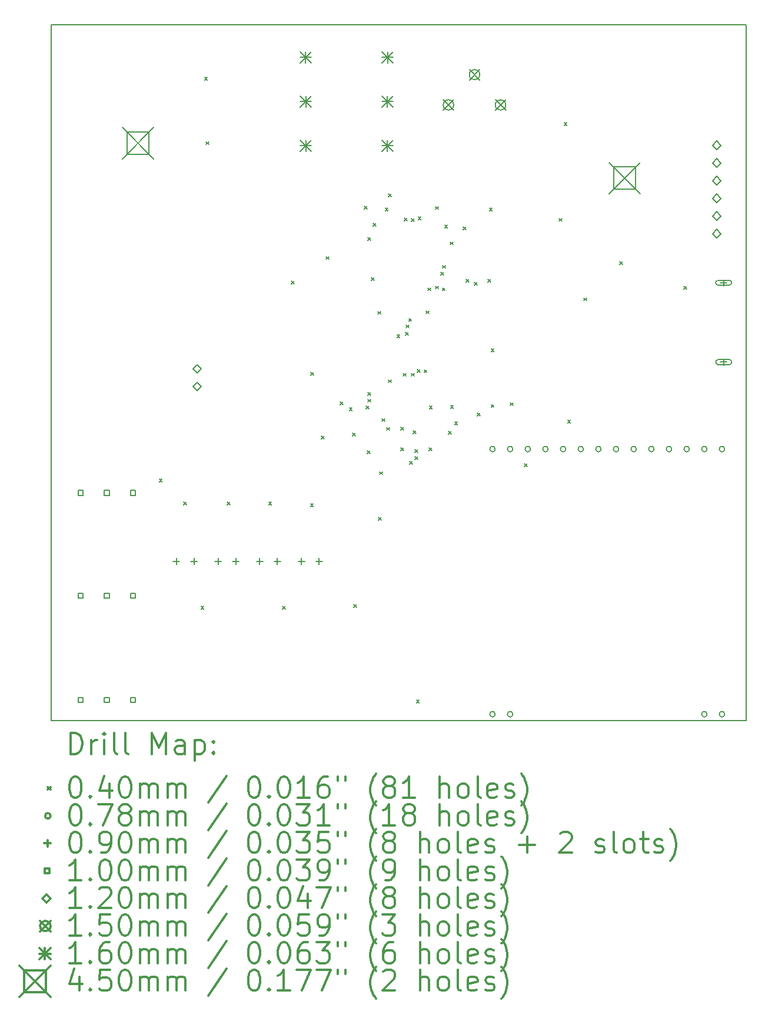
<source format=gbr>
%FSLAX45Y45*%
G04 Gerber Fmt 4.5, Leading zero omitted, Abs format (unit mm)*
G04 Created by KiCad (PCBNEW (5.0.2)-1) date 2019-02-15 17:12:08*
%MOMM*%
%LPD*%
G01*
G04 APERTURE LIST*
%ADD10C,0.200000*%
%ADD11C,0.300000*%
G04 APERTURE END LIST*
D10*
X10100000Y-15500000D02*
X20100000Y-15500000D01*
X20100000Y-15500000D02*
X20100000Y-5500000D01*
X10100000Y-5500000D02*
X10100000Y-15500000D01*
X20100000Y-5500000D02*
X10100000Y-5500000D01*
D10*
X11655000Y-12030000D02*
X11695000Y-12070000D01*
X11695000Y-12030000D02*
X11655000Y-12070000D01*
X12005000Y-12355000D02*
X12045000Y-12395000D01*
X12045000Y-12355000D02*
X12005000Y-12395000D01*
X12255000Y-13855000D02*
X12295000Y-13895000D01*
X12295000Y-13855000D02*
X12255000Y-13895000D01*
X12305000Y-6255000D02*
X12345000Y-6295000D01*
X12345000Y-6255000D02*
X12305000Y-6295000D01*
X12330000Y-7180000D02*
X12370000Y-7220000D01*
X12370000Y-7180000D02*
X12330000Y-7220000D01*
X12630000Y-12355000D02*
X12670000Y-12395000D01*
X12670000Y-12355000D02*
X12630000Y-12395000D01*
X13230000Y-12355000D02*
X13270000Y-12395000D01*
X13270000Y-12355000D02*
X13230000Y-12395000D01*
X13430000Y-13855000D02*
X13470000Y-13895000D01*
X13470000Y-13855000D02*
X13430000Y-13895000D01*
X13555000Y-9180000D02*
X13595000Y-9220000D01*
X13595000Y-9180000D02*
X13555000Y-9220000D01*
X13830000Y-12380000D02*
X13870000Y-12420000D01*
X13870000Y-12380000D02*
X13830000Y-12420000D01*
X13835000Y-10495000D02*
X13875000Y-10535000D01*
X13875000Y-10495000D02*
X13835000Y-10535000D01*
X13985668Y-11406502D02*
X14025668Y-11446502D01*
X14025668Y-11406502D02*
X13985668Y-11446502D01*
X14055000Y-8830000D02*
X14095000Y-8870000D01*
X14095000Y-8830000D02*
X14055000Y-8870000D01*
X14259999Y-10920000D02*
X14299999Y-10960000D01*
X14299999Y-10920000D02*
X14259999Y-10960000D01*
X14389000Y-11005000D02*
X14429000Y-11045000D01*
X14429000Y-11005000D02*
X14389000Y-11045000D01*
X14437500Y-11367500D02*
X14477500Y-11407500D01*
X14477500Y-11367500D02*
X14437500Y-11407500D01*
X14455000Y-13830000D02*
X14495000Y-13870000D01*
X14495000Y-13830000D02*
X14455000Y-13870000D01*
X14605000Y-8105000D02*
X14645000Y-8145000D01*
X14645000Y-8105000D02*
X14605000Y-8145000D01*
X14630000Y-10980000D02*
X14670000Y-11020000D01*
X14670000Y-10980000D02*
X14630000Y-11020000D01*
X14650000Y-11620000D02*
X14690000Y-11660000D01*
X14690000Y-11620000D02*
X14650000Y-11660000D01*
X14655000Y-8555000D02*
X14695000Y-8595000D01*
X14695000Y-8555000D02*
X14655000Y-8595000D01*
X14655000Y-10780000D02*
X14695000Y-10820000D01*
X14695000Y-10780000D02*
X14655000Y-10820000D01*
X14655000Y-10880000D02*
X14695000Y-10920000D01*
X14695000Y-10880000D02*
X14655000Y-10920000D01*
X14705000Y-9130000D02*
X14745000Y-9170000D01*
X14745000Y-9130000D02*
X14705000Y-9170000D01*
X14730000Y-8355000D02*
X14770000Y-8395000D01*
X14770000Y-8355000D02*
X14730000Y-8395000D01*
X14800000Y-9617197D02*
X14840000Y-9657197D01*
X14840000Y-9617197D02*
X14800000Y-9657197D01*
X14805000Y-12580000D02*
X14845000Y-12620000D01*
X14845000Y-12580000D02*
X14805000Y-12620000D01*
X14825123Y-11920000D02*
X14865123Y-11960000D01*
X14865123Y-11920000D02*
X14825123Y-11960000D01*
X14860000Y-11160000D02*
X14900000Y-11200000D01*
X14900000Y-11160000D02*
X14860000Y-11200000D01*
X14905000Y-8130000D02*
X14945000Y-8170000D01*
X14945000Y-8130000D02*
X14905000Y-8170000D01*
X14925240Y-11286764D02*
X14965240Y-11326764D01*
X14965240Y-11286764D02*
X14925240Y-11326764D01*
X14953426Y-10600730D02*
X14993426Y-10640730D01*
X14993426Y-10600730D02*
X14953426Y-10640730D01*
X14955000Y-7930000D02*
X14995000Y-7970000D01*
X14995000Y-7930000D02*
X14955000Y-7970000D01*
X15075000Y-9955000D02*
X15115000Y-9995000D01*
X15115000Y-9955000D02*
X15075000Y-9995000D01*
X15130000Y-11280000D02*
X15170000Y-11320000D01*
X15170000Y-11280000D02*
X15130000Y-11320000D01*
X15132500Y-11580000D02*
X15172500Y-11620000D01*
X15172500Y-11580000D02*
X15132500Y-11620000D01*
X15166000Y-10508000D02*
X15206000Y-10548000D01*
X15206000Y-10508000D02*
X15166000Y-10548000D01*
X15183602Y-8278096D02*
X15223602Y-8318096D01*
X15223602Y-8278096D02*
X15183602Y-8318096D01*
X15195000Y-9920000D02*
X15235000Y-9960000D01*
X15235000Y-9920000D02*
X15195000Y-9960000D01*
X15208755Y-9813201D02*
X15248755Y-9853201D01*
X15248755Y-9813201D02*
X15208755Y-9853201D01*
X15245000Y-9720000D02*
X15285000Y-9760000D01*
X15285000Y-9720000D02*
X15245000Y-9760000D01*
X15259289Y-11775711D02*
X15299289Y-11815711D01*
X15299289Y-11775711D02*
X15259289Y-11815711D01*
X15281998Y-10506743D02*
X15321998Y-10546743D01*
X15321998Y-10506743D02*
X15281998Y-10546743D01*
X15283208Y-8286961D02*
X15323208Y-8326961D01*
X15323208Y-8286961D02*
X15283208Y-8326961D01*
X15305000Y-11330000D02*
X15345000Y-11370000D01*
X15345000Y-11330000D02*
X15305000Y-11370000D01*
X15330000Y-11605000D02*
X15370000Y-11645000D01*
X15370000Y-11605000D02*
X15330000Y-11645000D01*
X15330000Y-11705000D02*
X15370000Y-11745000D01*
X15370000Y-11705000D02*
X15330000Y-11745000D01*
X15355000Y-15205000D02*
X15395000Y-15245000D01*
X15395000Y-15205000D02*
X15355000Y-15245000D01*
X15364051Y-10449580D02*
X15404051Y-10489580D01*
X15404051Y-10449580D02*
X15364051Y-10489580D01*
X15378467Y-8256533D02*
X15418467Y-8296533D01*
X15418467Y-8256533D02*
X15378467Y-8296533D01*
X15463886Y-10455331D02*
X15503886Y-10495331D01*
X15503886Y-10455331D02*
X15463886Y-10495331D01*
X15491044Y-9608958D02*
X15531044Y-9648958D01*
X15531044Y-9608958D02*
X15491044Y-9648958D01*
X15519121Y-9279202D02*
X15559121Y-9319202D01*
X15559121Y-9279202D02*
X15519121Y-9319202D01*
X15537500Y-11580000D02*
X15577500Y-11620000D01*
X15577500Y-11580000D02*
X15537500Y-11620000D01*
X15540000Y-10980000D02*
X15580000Y-11020000D01*
X15580000Y-10980000D02*
X15540000Y-11020000D01*
X15630000Y-8110001D02*
X15670000Y-8150001D01*
X15670000Y-8110001D02*
X15630000Y-8150001D01*
X15630000Y-9255000D02*
X15670000Y-9295000D01*
X15670000Y-9255000D02*
X15630000Y-9295000D01*
X15705000Y-9055000D02*
X15745000Y-9095000D01*
X15745000Y-9055000D02*
X15705000Y-9095000D01*
X15726825Y-9280000D02*
X15766825Y-9320000D01*
X15766825Y-9280000D02*
X15726825Y-9320000D01*
X15730000Y-8957500D02*
X15770000Y-8997500D01*
X15770000Y-8957500D02*
X15730000Y-8997500D01*
X15760000Y-8380000D02*
X15800000Y-8420000D01*
X15800000Y-8380000D02*
X15760000Y-8420000D01*
X15813801Y-11344199D02*
X15853801Y-11384199D01*
X15853801Y-11344199D02*
X15813801Y-11384199D01*
X15840000Y-8620000D02*
X15880000Y-8660000D01*
X15880000Y-8620000D02*
X15840000Y-8660000D01*
X15845000Y-10968000D02*
X15885000Y-11008000D01*
X15885000Y-10968000D02*
X15845000Y-11008000D01*
X15905000Y-11205000D02*
X15945000Y-11245000D01*
X15945000Y-11205000D02*
X15905000Y-11245000D01*
X16030000Y-8405000D02*
X16070000Y-8445000D01*
X16070000Y-8405000D02*
X16030000Y-8445000D01*
X16072000Y-9158000D02*
X16112000Y-9198000D01*
X16112000Y-9158000D02*
X16072000Y-9198000D01*
X16190194Y-9201925D02*
X16230194Y-9241925D01*
X16230194Y-9201925D02*
X16190194Y-9241925D01*
X16230000Y-11080000D02*
X16270000Y-11120000D01*
X16270000Y-11080000D02*
X16230000Y-11120000D01*
X16380000Y-9155000D02*
X16420000Y-9195000D01*
X16420000Y-9155000D02*
X16380000Y-9195000D01*
X16405000Y-8130000D02*
X16445000Y-8170000D01*
X16445000Y-8130000D02*
X16405000Y-8170000D01*
X16430000Y-10155000D02*
X16470000Y-10195000D01*
X16470000Y-10155000D02*
X16430000Y-10195000D01*
X16430000Y-10955000D02*
X16470000Y-10995000D01*
X16470000Y-10955000D02*
X16430000Y-10995000D01*
X16705000Y-10930000D02*
X16745000Y-10970000D01*
X16745000Y-10930000D02*
X16705000Y-10970000D01*
X16905000Y-11805000D02*
X16945000Y-11845000D01*
X16945000Y-11805000D02*
X16905000Y-11845000D01*
X17405000Y-8280000D02*
X17445000Y-8320000D01*
X17445000Y-8280000D02*
X17405000Y-8320000D01*
X17480000Y-6905000D02*
X17520000Y-6945000D01*
X17520000Y-6905000D02*
X17480000Y-6945000D01*
X17530000Y-11180000D02*
X17570000Y-11220000D01*
X17570000Y-11180000D02*
X17530000Y-11220000D01*
X17762773Y-9424478D02*
X17802773Y-9464478D01*
X17802773Y-9424478D02*
X17762773Y-9464478D01*
X18280000Y-8905000D02*
X18320000Y-8945000D01*
X18320000Y-8905000D02*
X18280000Y-8945000D01*
X19200000Y-9260000D02*
X19240000Y-9300000D01*
X19240000Y-9260000D02*
X19200000Y-9300000D01*
X16488000Y-11595000D02*
G75*
G03X16488000Y-11595000I-39000J0D01*
G01*
X16488000Y-15405000D02*
G75*
G03X16488000Y-15405000I-39000J0D01*
G01*
X16742000Y-11595000D02*
G75*
G03X16742000Y-11595000I-39000J0D01*
G01*
X16742000Y-15405000D02*
G75*
G03X16742000Y-15405000I-39000J0D01*
G01*
X16996000Y-11595000D02*
G75*
G03X16996000Y-11595000I-39000J0D01*
G01*
X17250000Y-11595000D02*
G75*
G03X17250000Y-11595000I-39000J0D01*
G01*
X17504000Y-11595000D02*
G75*
G03X17504000Y-11595000I-39000J0D01*
G01*
X17758000Y-11595000D02*
G75*
G03X17758000Y-11595000I-39000J0D01*
G01*
X18012000Y-11595000D02*
G75*
G03X18012000Y-11595000I-39000J0D01*
G01*
X18266000Y-11595000D02*
G75*
G03X18266000Y-11595000I-39000J0D01*
G01*
X18520000Y-11595000D02*
G75*
G03X18520000Y-11595000I-39000J0D01*
G01*
X18774000Y-11595000D02*
G75*
G03X18774000Y-11595000I-39000J0D01*
G01*
X19028000Y-11595000D02*
G75*
G03X19028000Y-11595000I-39000J0D01*
G01*
X19282000Y-11595000D02*
G75*
G03X19282000Y-11595000I-39000J0D01*
G01*
X19536000Y-11595000D02*
G75*
G03X19536000Y-11595000I-39000J0D01*
G01*
X19536000Y-15405000D02*
G75*
G03X19536000Y-15405000I-39000J0D01*
G01*
X19790000Y-11595000D02*
G75*
G03X19790000Y-11595000I-39000J0D01*
G01*
X19790000Y-15405000D02*
G75*
G03X19790000Y-15405000I-39000J0D01*
G01*
X13100000Y-13163000D02*
X13100000Y-13253000D01*
X13055000Y-13208000D02*
X13145000Y-13208000D01*
X13354000Y-13163000D02*
X13354000Y-13253000D01*
X13309000Y-13208000D02*
X13399000Y-13208000D01*
X11900000Y-13163000D02*
X11900000Y-13253000D01*
X11855000Y-13208000D02*
X11945000Y-13208000D01*
X12154000Y-13163000D02*
X12154000Y-13253000D01*
X12109000Y-13208000D02*
X12199000Y-13208000D01*
X13700000Y-13163000D02*
X13700000Y-13253000D01*
X13655000Y-13208000D02*
X13745000Y-13208000D01*
X13954000Y-13163000D02*
X13954000Y-13253000D01*
X13909000Y-13208000D02*
X13999000Y-13208000D01*
X19775000Y-9160000D02*
X19775000Y-9250000D01*
X19730000Y-9205000D02*
X19820000Y-9205000D01*
X19695000Y-9240000D02*
X19855000Y-9240000D01*
X19695000Y-9170000D02*
X19855000Y-9170000D01*
X19855000Y-9240000D02*
G75*
G03X19855000Y-9170000I0J35000D01*
G01*
X19695000Y-9170000D02*
G75*
G03X19695000Y-9240000I0J-35000D01*
G01*
X19775000Y-10300000D02*
X19775000Y-10390000D01*
X19730000Y-10345000D02*
X19820000Y-10345000D01*
X19695000Y-10380000D02*
X19855000Y-10380000D01*
X19695000Y-10310000D02*
X19855000Y-10310000D01*
X19855000Y-10380000D02*
G75*
G03X19855000Y-10310000I0J35000D01*
G01*
X19695000Y-10310000D02*
G75*
G03X19695000Y-10380000I0J-35000D01*
G01*
X12500000Y-13163000D02*
X12500000Y-13253000D01*
X12455000Y-13208000D02*
X12545000Y-13208000D01*
X12754000Y-13163000D02*
X12754000Y-13253000D01*
X12709000Y-13208000D02*
X12799000Y-13208000D01*
X10560356Y-13735356D02*
X10560356Y-13664644D01*
X10489644Y-13664644D01*
X10489644Y-13735356D01*
X10560356Y-13735356D01*
X10935356Y-13735356D02*
X10935356Y-13664644D01*
X10864644Y-13664644D01*
X10864644Y-13735356D01*
X10935356Y-13735356D01*
X11310356Y-13735356D02*
X11310356Y-13664644D01*
X11239644Y-13664644D01*
X11239644Y-13735356D01*
X11310356Y-13735356D01*
X10560356Y-12260356D02*
X10560356Y-12189644D01*
X10489644Y-12189644D01*
X10489644Y-12260356D01*
X10560356Y-12260356D01*
X10935356Y-12260356D02*
X10935356Y-12189644D01*
X10864644Y-12189644D01*
X10864644Y-12260356D01*
X10935356Y-12260356D01*
X11310356Y-12260356D02*
X11310356Y-12189644D01*
X11239644Y-12189644D01*
X11239644Y-12260356D01*
X11310356Y-12260356D01*
X10560356Y-15235356D02*
X10560356Y-15164644D01*
X10489644Y-15164644D01*
X10489644Y-15235356D01*
X10560356Y-15235356D01*
X10935356Y-15235356D02*
X10935356Y-15164644D01*
X10864644Y-15164644D01*
X10864644Y-15235356D01*
X10935356Y-15235356D01*
X11310356Y-15235356D02*
X11310356Y-15164644D01*
X11239644Y-15164644D01*
X11239644Y-15235356D01*
X11310356Y-15235356D01*
X19675000Y-7290000D02*
X19735000Y-7230000D01*
X19675000Y-7170000D01*
X19615000Y-7230000D01*
X19675000Y-7290000D01*
X19675000Y-7544000D02*
X19735000Y-7484000D01*
X19675000Y-7424000D01*
X19615000Y-7484000D01*
X19675000Y-7544000D01*
X19675000Y-7798000D02*
X19735000Y-7738000D01*
X19675000Y-7678000D01*
X19615000Y-7738000D01*
X19675000Y-7798000D01*
X19675000Y-8052000D02*
X19735000Y-7992000D01*
X19675000Y-7932000D01*
X19615000Y-7992000D01*
X19675000Y-8052000D01*
X19675000Y-8306000D02*
X19735000Y-8246000D01*
X19675000Y-8186000D01*
X19615000Y-8246000D01*
X19675000Y-8306000D01*
X19675000Y-8560000D02*
X19735000Y-8500000D01*
X19675000Y-8440000D01*
X19615000Y-8500000D01*
X19675000Y-8560000D01*
X12200000Y-10506000D02*
X12260000Y-10446000D01*
X12200000Y-10386000D01*
X12140000Y-10446000D01*
X12200000Y-10506000D01*
X12200000Y-10760000D02*
X12260000Y-10700000D01*
X12200000Y-10640000D01*
X12140000Y-10700000D01*
X12200000Y-10760000D01*
X15740000Y-6575000D02*
X15890000Y-6725000D01*
X15890000Y-6575000D02*
X15740000Y-6725000D01*
X15890000Y-6650000D02*
G75*
G03X15890000Y-6650000I-75000J0D01*
G01*
X16115000Y-6140000D02*
X16265000Y-6290000D01*
X16265000Y-6140000D02*
X16115000Y-6290000D01*
X16265000Y-6215000D02*
G75*
G03X16265000Y-6215000I-75000J0D01*
G01*
X16490000Y-6575000D02*
X16640000Y-6725000D01*
X16640000Y-6575000D02*
X16490000Y-6725000D01*
X16640000Y-6650000D02*
G75*
G03X16640000Y-6650000I-75000J0D01*
G01*
X13680000Y-5885000D02*
X13840000Y-6045000D01*
X13840000Y-5885000D02*
X13680000Y-6045000D01*
X13760000Y-5885000D02*
X13760000Y-6045000D01*
X13680000Y-5965000D02*
X13840000Y-5965000D01*
X13685000Y-6520000D02*
X13845000Y-6680000D01*
X13845000Y-6520000D02*
X13685000Y-6680000D01*
X13765000Y-6520000D02*
X13765000Y-6680000D01*
X13685000Y-6600000D02*
X13845000Y-6600000D01*
X13685000Y-7155000D02*
X13845000Y-7315000D01*
X13845000Y-7155000D02*
X13685000Y-7315000D01*
X13765000Y-7155000D02*
X13765000Y-7315000D01*
X13685000Y-7235000D02*
X13845000Y-7235000D01*
X14855000Y-6520000D02*
X15015000Y-6680000D01*
X15015000Y-6520000D02*
X14855000Y-6680000D01*
X14935000Y-6520000D02*
X14935000Y-6680000D01*
X14855000Y-6600000D02*
X15015000Y-6600000D01*
X14855000Y-7155000D02*
X15015000Y-7315000D01*
X15015000Y-7155000D02*
X14855000Y-7315000D01*
X14935000Y-7155000D02*
X14935000Y-7315000D01*
X14855000Y-7235000D02*
X15015000Y-7235000D01*
X14860000Y-5885000D02*
X15020000Y-6045000D01*
X15020000Y-5885000D02*
X14860000Y-6045000D01*
X14940000Y-5885000D02*
X14940000Y-6045000D01*
X14860000Y-5965000D02*
X15020000Y-5965000D01*
X18125000Y-7475000D02*
X18575000Y-7925000D01*
X18575000Y-7475000D02*
X18125000Y-7925000D01*
X18509101Y-7859101D02*
X18509101Y-7540899D01*
X18190899Y-7540899D01*
X18190899Y-7859101D01*
X18509101Y-7859101D01*
X11125000Y-6975000D02*
X11575000Y-7425000D01*
X11575000Y-6975000D02*
X11125000Y-7425000D01*
X11509101Y-7359101D02*
X11509101Y-7040899D01*
X11190899Y-7040899D01*
X11190899Y-7359101D01*
X11509101Y-7359101D01*
D11*
X10376428Y-15975714D02*
X10376428Y-15675714D01*
X10447857Y-15675714D01*
X10490714Y-15690000D01*
X10519286Y-15718571D01*
X10533571Y-15747143D01*
X10547857Y-15804286D01*
X10547857Y-15847143D01*
X10533571Y-15904286D01*
X10519286Y-15932857D01*
X10490714Y-15961429D01*
X10447857Y-15975714D01*
X10376428Y-15975714D01*
X10676428Y-15975714D02*
X10676428Y-15775714D01*
X10676428Y-15832857D02*
X10690714Y-15804286D01*
X10705000Y-15790000D01*
X10733571Y-15775714D01*
X10762143Y-15775714D01*
X10862143Y-15975714D02*
X10862143Y-15775714D01*
X10862143Y-15675714D02*
X10847857Y-15690000D01*
X10862143Y-15704286D01*
X10876428Y-15690000D01*
X10862143Y-15675714D01*
X10862143Y-15704286D01*
X11047857Y-15975714D02*
X11019286Y-15961429D01*
X11005000Y-15932857D01*
X11005000Y-15675714D01*
X11205000Y-15975714D02*
X11176428Y-15961429D01*
X11162143Y-15932857D01*
X11162143Y-15675714D01*
X11547857Y-15975714D02*
X11547857Y-15675714D01*
X11647857Y-15890000D01*
X11747857Y-15675714D01*
X11747857Y-15975714D01*
X12019286Y-15975714D02*
X12019286Y-15818571D01*
X12005000Y-15790000D01*
X11976428Y-15775714D01*
X11919286Y-15775714D01*
X11890714Y-15790000D01*
X12019286Y-15961429D02*
X11990714Y-15975714D01*
X11919286Y-15975714D01*
X11890714Y-15961429D01*
X11876428Y-15932857D01*
X11876428Y-15904286D01*
X11890714Y-15875714D01*
X11919286Y-15861429D01*
X11990714Y-15861429D01*
X12019286Y-15847143D01*
X12162143Y-15775714D02*
X12162143Y-16075714D01*
X12162143Y-15790000D02*
X12190714Y-15775714D01*
X12247857Y-15775714D01*
X12276428Y-15790000D01*
X12290714Y-15804286D01*
X12305000Y-15832857D01*
X12305000Y-15918571D01*
X12290714Y-15947143D01*
X12276428Y-15961429D01*
X12247857Y-15975714D01*
X12190714Y-15975714D01*
X12162143Y-15961429D01*
X12433571Y-15947143D02*
X12447857Y-15961429D01*
X12433571Y-15975714D01*
X12419286Y-15961429D01*
X12433571Y-15947143D01*
X12433571Y-15975714D01*
X12433571Y-15790000D02*
X12447857Y-15804286D01*
X12433571Y-15818571D01*
X12419286Y-15804286D01*
X12433571Y-15790000D01*
X12433571Y-15818571D01*
X10050000Y-16450000D02*
X10090000Y-16490000D01*
X10090000Y-16450000D02*
X10050000Y-16490000D01*
X10433571Y-16305714D02*
X10462143Y-16305714D01*
X10490714Y-16320000D01*
X10505000Y-16334286D01*
X10519286Y-16362857D01*
X10533571Y-16420000D01*
X10533571Y-16491429D01*
X10519286Y-16548571D01*
X10505000Y-16577143D01*
X10490714Y-16591429D01*
X10462143Y-16605714D01*
X10433571Y-16605714D01*
X10405000Y-16591429D01*
X10390714Y-16577143D01*
X10376428Y-16548571D01*
X10362143Y-16491429D01*
X10362143Y-16420000D01*
X10376428Y-16362857D01*
X10390714Y-16334286D01*
X10405000Y-16320000D01*
X10433571Y-16305714D01*
X10662143Y-16577143D02*
X10676428Y-16591429D01*
X10662143Y-16605714D01*
X10647857Y-16591429D01*
X10662143Y-16577143D01*
X10662143Y-16605714D01*
X10933571Y-16405714D02*
X10933571Y-16605714D01*
X10862143Y-16291429D02*
X10790714Y-16505714D01*
X10976428Y-16505714D01*
X11147857Y-16305714D02*
X11176428Y-16305714D01*
X11205000Y-16320000D01*
X11219286Y-16334286D01*
X11233571Y-16362857D01*
X11247857Y-16420000D01*
X11247857Y-16491429D01*
X11233571Y-16548571D01*
X11219286Y-16577143D01*
X11205000Y-16591429D01*
X11176428Y-16605714D01*
X11147857Y-16605714D01*
X11119286Y-16591429D01*
X11105000Y-16577143D01*
X11090714Y-16548571D01*
X11076428Y-16491429D01*
X11076428Y-16420000D01*
X11090714Y-16362857D01*
X11105000Y-16334286D01*
X11119286Y-16320000D01*
X11147857Y-16305714D01*
X11376428Y-16605714D02*
X11376428Y-16405714D01*
X11376428Y-16434286D02*
X11390714Y-16420000D01*
X11419286Y-16405714D01*
X11462143Y-16405714D01*
X11490714Y-16420000D01*
X11505000Y-16448571D01*
X11505000Y-16605714D01*
X11505000Y-16448571D02*
X11519286Y-16420000D01*
X11547857Y-16405714D01*
X11590714Y-16405714D01*
X11619286Y-16420000D01*
X11633571Y-16448571D01*
X11633571Y-16605714D01*
X11776428Y-16605714D02*
X11776428Y-16405714D01*
X11776428Y-16434286D02*
X11790714Y-16420000D01*
X11819286Y-16405714D01*
X11862143Y-16405714D01*
X11890714Y-16420000D01*
X11905000Y-16448571D01*
X11905000Y-16605714D01*
X11905000Y-16448571D02*
X11919286Y-16420000D01*
X11947857Y-16405714D01*
X11990714Y-16405714D01*
X12019286Y-16420000D01*
X12033571Y-16448571D01*
X12033571Y-16605714D01*
X12619286Y-16291429D02*
X12362143Y-16677143D01*
X13005000Y-16305714D02*
X13033571Y-16305714D01*
X13062143Y-16320000D01*
X13076428Y-16334286D01*
X13090714Y-16362857D01*
X13105000Y-16420000D01*
X13105000Y-16491429D01*
X13090714Y-16548571D01*
X13076428Y-16577143D01*
X13062143Y-16591429D01*
X13033571Y-16605714D01*
X13005000Y-16605714D01*
X12976428Y-16591429D01*
X12962143Y-16577143D01*
X12947857Y-16548571D01*
X12933571Y-16491429D01*
X12933571Y-16420000D01*
X12947857Y-16362857D01*
X12962143Y-16334286D01*
X12976428Y-16320000D01*
X13005000Y-16305714D01*
X13233571Y-16577143D02*
X13247857Y-16591429D01*
X13233571Y-16605714D01*
X13219286Y-16591429D01*
X13233571Y-16577143D01*
X13233571Y-16605714D01*
X13433571Y-16305714D02*
X13462143Y-16305714D01*
X13490714Y-16320000D01*
X13505000Y-16334286D01*
X13519286Y-16362857D01*
X13533571Y-16420000D01*
X13533571Y-16491429D01*
X13519286Y-16548571D01*
X13505000Y-16577143D01*
X13490714Y-16591429D01*
X13462143Y-16605714D01*
X13433571Y-16605714D01*
X13405000Y-16591429D01*
X13390714Y-16577143D01*
X13376428Y-16548571D01*
X13362143Y-16491429D01*
X13362143Y-16420000D01*
X13376428Y-16362857D01*
X13390714Y-16334286D01*
X13405000Y-16320000D01*
X13433571Y-16305714D01*
X13819286Y-16605714D02*
X13647857Y-16605714D01*
X13733571Y-16605714D02*
X13733571Y-16305714D01*
X13705000Y-16348571D01*
X13676428Y-16377143D01*
X13647857Y-16391429D01*
X14076428Y-16305714D02*
X14019286Y-16305714D01*
X13990714Y-16320000D01*
X13976428Y-16334286D01*
X13947857Y-16377143D01*
X13933571Y-16434286D01*
X13933571Y-16548571D01*
X13947857Y-16577143D01*
X13962143Y-16591429D01*
X13990714Y-16605714D01*
X14047857Y-16605714D01*
X14076428Y-16591429D01*
X14090714Y-16577143D01*
X14105000Y-16548571D01*
X14105000Y-16477143D01*
X14090714Y-16448571D01*
X14076428Y-16434286D01*
X14047857Y-16420000D01*
X13990714Y-16420000D01*
X13962143Y-16434286D01*
X13947857Y-16448571D01*
X13933571Y-16477143D01*
X14219286Y-16305714D02*
X14219286Y-16362857D01*
X14333571Y-16305714D02*
X14333571Y-16362857D01*
X14776428Y-16720000D02*
X14762143Y-16705714D01*
X14733571Y-16662857D01*
X14719286Y-16634286D01*
X14705000Y-16591429D01*
X14690714Y-16520000D01*
X14690714Y-16462857D01*
X14705000Y-16391429D01*
X14719286Y-16348571D01*
X14733571Y-16320000D01*
X14762143Y-16277143D01*
X14776428Y-16262857D01*
X14933571Y-16434286D02*
X14905000Y-16420000D01*
X14890714Y-16405714D01*
X14876428Y-16377143D01*
X14876428Y-16362857D01*
X14890714Y-16334286D01*
X14905000Y-16320000D01*
X14933571Y-16305714D01*
X14990714Y-16305714D01*
X15019286Y-16320000D01*
X15033571Y-16334286D01*
X15047857Y-16362857D01*
X15047857Y-16377143D01*
X15033571Y-16405714D01*
X15019286Y-16420000D01*
X14990714Y-16434286D01*
X14933571Y-16434286D01*
X14905000Y-16448571D01*
X14890714Y-16462857D01*
X14876428Y-16491429D01*
X14876428Y-16548571D01*
X14890714Y-16577143D01*
X14905000Y-16591429D01*
X14933571Y-16605714D01*
X14990714Y-16605714D01*
X15019286Y-16591429D01*
X15033571Y-16577143D01*
X15047857Y-16548571D01*
X15047857Y-16491429D01*
X15033571Y-16462857D01*
X15019286Y-16448571D01*
X14990714Y-16434286D01*
X15333571Y-16605714D02*
X15162143Y-16605714D01*
X15247857Y-16605714D02*
X15247857Y-16305714D01*
X15219286Y-16348571D01*
X15190714Y-16377143D01*
X15162143Y-16391429D01*
X15690714Y-16605714D02*
X15690714Y-16305714D01*
X15819286Y-16605714D02*
X15819286Y-16448571D01*
X15805000Y-16420000D01*
X15776428Y-16405714D01*
X15733571Y-16405714D01*
X15705000Y-16420000D01*
X15690714Y-16434286D01*
X16005000Y-16605714D02*
X15976428Y-16591429D01*
X15962143Y-16577143D01*
X15947857Y-16548571D01*
X15947857Y-16462857D01*
X15962143Y-16434286D01*
X15976428Y-16420000D01*
X16005000Y-16405714D01*
X16047857Y-16405714D01*
X16076428Y-16420000D01*
X16090714Y-16434286D01*
X16105000Y-16462857D01*
X16105000Y-16548571D01*
X16090714Y-16577143D01*
X16076428Y-16591429D01*
X16047857Y-16605714D01*
X16005000Y-16605714D01*
X16276428Y-16605714D02*
X16247857Y-16591429D01*
X16233571Y-16562857D01*
X16233571Y-16305714D01*
X16505000Y-16591429D02*
X16476428Y-16605714D01*
X16419286Y-16605714D01*
X16390714Y-16591429D01*
X16376428Y-16562857D01*
X16376428Y-16448571D01*
X16390714Y-16420000D01*
X16419286Y-16405714D01*
X16476428Y-16405714D01*
X16505000Y-16420000D01*
X16519286Y-16448571D01*
X16519286Y-16477143D01*
X16376428Y-16505714D01*
X16633571Y-16591429D02*
X16662143Y-16605714D01*
X16719286Y-16605714D01*
X16747857Y-16591429D01*
X16762143Y-16562857D01*
X16762143Y-16548571D01*
X16747857Y-16520000D01*
X16719286Y-16505714D01*
X16676428Y-16505714D01*
X16647857Y-16491429D01*
X16633571Y-16462857D01*
X16633571Y-16448571D01*
X16647857Y-16420000D01*
X16676428Y-16405714D01*
X16719286Y-16405714D01*
X16747857Y-16420000D01*
X16862143Y-16720000D02*
X16876428Y-16705714D01*
X16905000Y-16662857D01*
X16919286Y-16634286D01*
X16933571Y-16591429D01*
X16947857Y-16520000D01*
X16947857Y-16462857D01*
X16933571Y-16391429D01*
X16919286Y-16348571D01*
X16905000Y-16320000D01*
X16876428Y-16277143D01*
X16862143Y-16262857D01*
X10090000Y-16866000D02*
G75*
G03X10090000Y-16866000I-39000J0D01*
G01*
X10433571Y-16701714D02*
X10462143Y-16701714D01*
X10490714Y-16716000D01*
X10505000Y-16730286D01*
X10519286Y-16758857D01*
X10533571Y-16816000D01*
X10533571Y-16887429D01*
X10519286Y-16944572D01*
X10505000Y-16973143D01*
X10490714Y-16987429D01*
X10462143Y-17001714D01*
X10433571Y-17001714D01*
X10405000Y-16987429D01*
X10390714Y-16973143D01*
X10376428Y-16944572D01*
X10362143Y-16887429D01*
X10362143Y-16816000D01*
X10376428Y-16758857D01*
X10390714Y-16730286D01*
X10405000Y-16716000D01*
X10433571Y-16701714D01*
X10662143Y-16973143D02*
X10676428Y-16987429D01*
X10662143Y-17001714D01*
X10647857Y-16987429D01*
X10662143Y-16973143D01*
X10662143Y-17001714D01*
X10776428Y-16701714D02*
X10976428Y-16701714D01*
X10847857Y-17001714D01*
X11133571Y-16830286D02*
X11105000Y-16816000D01*
X11090714Y-16801714D01*
X11076428Y-16773143D01*
X11076428Y-16758857D01*
X11090714Y-16730286D01*
X11105000Y-16716000D01*
X11133571Y-16701714D01*
X11190714Y-16701714D01*
X11219286Y-16716000D01*
X11233571Y-16730286D01*
X11247857Y-16758857D01*
X11247857Y-16773143D01*
X11233571Y-16801714D01*
X11219286Y-16816000D01*
X11190714Y-16830286D01*
X11133571Y-16830286D01*
X11105000Y-16844572D01*
X11090714Y-16858857D01*
X11076428Y-16887429D01*
X11076428Y-16944572D01*
X11090714Y-16973143D01*
X11105000Y-16987429D01*
X11133571Y-17001714D01*
X11190714Y-17001714D01*
X11219286Y-16987429D01*
X11233571Y-16973143D01*
X11247857Y-16944572D01*
X11247857Y-16887429D01*
X11233571Y-16858857D01*
X11219286Y-16844572D01*
X11190714Y-16830286D01*
X11376428Y-17001714D02*
X11376428Y-16801714D01*
X11376428Y-16830286D02*
X11390714Y-16816000D01*
X11419286Y-16801714D01*
X11462143Y-16801714D01*
X11490714Y-16816000D01*
X11505000Y-16844572D01*
X11505000Y-17001714D01*
X11505000Y-16844572D02*
X11519286Y-16816000D01*
X11547857Y-16801714D01*
X11590714Y-16801714D01*
X11619286Y-16816000D01*
X11633571Y-16844572D01*
X11633571Y-17001714D01*
X11776428Y-17001714D02*
X11776428Y-16801714D01*
X11776428Y-16830286D02*
X11790714Y-16816000D01*
X11819286Y-16801714D01*
X11862143Y-16801714D01*
X11890714Y-16816000D01*
X11905000Y-16844572D01*
X11905000Y-17001714D01*
X11905000Y-16844572D02*
X11919286Y-16816000D01*
X11947857Y-16801714D01*
X11990714Y-16801714D01*
X12019286Y-16816000D01*
X12033571Y-16844572D01*
X12033571Y-17001714D01*
X12619286Y-16687429D02*
X12362143Y-17073143D01*
X13005000Y-16701714D02*
X13033571Y-16701714D01*
X13062143Y-16716000D01*
X13076428Y-16730286D01*
X13090714Y-16758857D01*
X13105000Y-16816000D01*
X13105000Y-16887429D01*
X13090714Y-16944572D01*
X13076428Y-16973143D01*
X13062143Y-16987429D01*
X13033571Y-17001714D01*
X13005000Y-17001714D01*
X12976428Y-16987429D01*
X12962143Y-16973143D01*
X12947857Y-16944572D01*
X12933571Y-16887429D01*
X12933571Y-16816000D01*
X12947857Y-16758857D01*
X12962143Y-16730286D01*
X12976428Y-16716000D01*
X13005000Y-16701714D01*
X13233571Y-16973143D02*
X13247857Y-16987429D01*
X13233571Y-17001714D01*
X13219286Y-16987429D01*
X13233571Y-16973143D01*
X13233571Y-17001714D01*
X13433571Y-16701714D02*
X13462143Y-16701714D01*
X13490714Y-16716000D01*
X13505000Y-16730286D01*
X13519286Y-16758857D01*
X13533571Y-16816000D01*
X13533571Y-16887429D01*
X13519286Y-16944572D01*
X13505000Y-16973143D01*
X13490714Y-16987429D01*
X13462143Y-17001714D01*
X13433571Y-17001714D01*
X13405000Y-16987429D01*
X13390714Y-16973143D01*
X13376428Y-16944572D01*
X13362143Y-16887429D01*
X13362143Y-16816000D01*
X13376428Y-16758857D01*
X13390714Y-16730286D01*
X13405000Y-16716000D01*
X13433571Y-16701714D01*
X13633571Y-16701714D02*
X13819286Y-16701714D01*
X13719286Y-16816000D01*
X13762143Y-16816000D01*
X13790714Y-16830286D01*
X13805000Y-16844572D01*
X13819286Y-16873143D01*
X13819286Y-16944572D01*
X13805000Y-16973143D01*
X13790714Y-16987429D01*
X13762143Y-17001714D01*
X13676428Y-17001714D01*
X13647857Y-16987429D01*
X13633571Y-16973143D01*
X14105000Y-17001714D02*
X13933571Y-17001714D01*
X14019286Y-17001714D02*
X14019286Y-16701714D01*
X13990714Y-16744571D01*
X13962143Y-16773143D01*
X13933571Y-16787429D01*
X14219286Y-16701714D02*
X14219286Y-16758857D01*
X14333571Y-16701714D02*
X14333571Y-16758857D01*
X14776428Y-17116000D02*
X14762143Y-17101714D01*
X14733571Y-17058857D01*
X14719286Y-17030286D01*
X14705000Y-16987429D01*
X14690714Y-16916000D01*
X14690714Y-16858857D01*
X14705000Y-16787429D01*
X14719286Y-16744571D01*
X14733571Y-16716000D01*
X14762143Y-16673143D01*
X14776428Y-16658857D01*
X15047857Y-17001714D02*
X14876428Y-17001714D01*
X14962143Y-17001714D02*
X14962143Y-16701714D01*
X14933571Y-16744571D01*
X14905000Y-16773143D01*
X14876428Y-16787429D01*
X15219286Y-16830286D02*
X15190714Y-16816000D01*
X15176428Y-16801714D01*
X15162143Y-16773143D01*
X15162143Y-16758857D01*
X15176428Y-16730286D01*
X15190714Y-16716000D01*
X15219286Y-16701714D01*
X15276428Y-16701714D01*
X15305000Y-16716000D01*
X15319286Y-16730286D01*
X15333571Y-16758857D01*
X15333571Y-16773143D01*
X15319286Y-16801714D01*
X15305000Y-16816000D01*
X15276428Y-16830286D01*
X15219286Y-16830286D01*
X15190714Y-16844572D01*
X15176428Y-16858857D01*
X15162143Y-16887429D01*
X15162143Y-16944572D01*
X15176428Y-16973143D01*
X15190714Y-16987429D01*
X15219286Y-17001714D01*
X15276428Y-17001714D01*
X15305000Y-16987429D01*
X15319286Y-16973143D01*
X15333571Y-16944572D01*
X15333571Y-16887429D01*
X15319286Y-16858857D01*
X15305000Y-16844572D01*
X15276428Y-16830286D01*
X15690714Y-17001714D02*
X15690714Y-16701714D01*
X15819286Y-17001714D02*
X15819286Y-16844572D01*
X15805000Y-16816000D01*
X15776428Y-16801714D01*
X15733571Y-16801714D01*
X15705000Y-16816000D01*
X15690714Y-16830286D01*
X16005000Y-17001714D02*
X15976428Y-16987429D01*
X15962143Y-16973143D01*
X15947857Y-16944572D01*
X15947857Y-16858857D01*
X15962143Y-16830286D01*
X15976428Y-16816000D01*
X16005000Y-16801714D01*
X16047857Y-16801714D01*
X16076428Y-16816000D01*
X16090714Y-16830286D01*
X16105000Y-16858857D01*
X16105000Y-16944572D01*
X16090714Y-16973143D01*
X16076428Y-16987429D01*
X16047857Y-17001714D01*
X16005000Y-17001714D01*
X16276428Y-17001714D02*
X16247857Y-16987429D01*
X16233571Y-16958857D01*
X16233571Y-16701714D01*
X16505000Y-16987429D02*
X16476428Y-17001714D01*
X16419286Y-17001714D01*
X16390714Y-16987429D01*
X16376428Y-16958857D01*
X16376428Y-16844572D01*
X16390714Y-16816000D01*
X16419286Y-16801714D01*
X16476428Y-16801714D01*
X16505000Y-16816000D01*
X16519286Y-16844572D01*
X16519286Y-16873143D01*
X16376428Y-16901714D01*
X16633571Y-16987429D02*
X16662143Y-17001714D01*
X16719286Y-17001714D01*
X16747857Y-16987429D01*
X16762143Y-16958857D01*
X16762143Y-16944572D01*
X16747857Y-16916000D01*
X16719286Y-16901714D01*
X16676428Y-16901714D01*
X16647857Y-16887429D01*
X16633571Y-16858857D01*
X16633571Y-16844572D01*
X16647857Y-16816000D01*
X16676428Y-16801714D01*
X16719286Y-16801714D01*
X16747857Y-16816000D01*
X16862143Y-17116000D02*
X16876428Y-17101714D01*
X16905000Y-17058857D01*
X16919286Y-17030286D01*
X16933571Y-16987429D01*
X16947857Y-16916000D01*
X16947857Y-16858857D01*
X16933571Y-16787429D01*
X16919286Y-16744571D01*
X16905000Y-16716000D01*
X16876428Y-16673143D01*
X16862143Y-16658857D01*
X10045000Y-17217000D02*
X10045000Y-17307000D01*
X10000000Y-17262000D02*
X10090000Y-17262000D01*
X10433571Y-17097714D02*
X10462143Y-17097714D01*
X10490714Y-17112000D01*
X10505000Y-17126286D01*
X10519286Y-17154857D01*
X10533571Y-17212000D01*
X10533571Y-17283429D01*
X10519286Y-17340572D01*
X10505000Y-17369143D01*
X10490714Y-17383429D01*
X10462143Y-17397714D01*
X10433571Y-17397714D01*
X10405000Y-17383429D01*
X10390714Y-17369143D01*
X10376428Y-17340572D01*
X10362143Y-17283429D01*
X10362143Y-17212000D01*
X10376428Y-17154857D01*
X10390714Y-17126286D01*
X10405000Y-17112000D01*
X10433571Y-17097714D01*
X10662143Y-17369143D02*
X10676428Y-17383429D01*
X10662143Y-17397714D01*
X10647857Y-17383429D01*
X10662143Y-17369143D01*
X10662143Y-17397714D01*
X10819286Y-17397714D02*
X10876428Y-17397714D01*
X10905000Y-17383429D01*
X10919286Y-17369143D01*
X10947857Y-17326286D01*
X10962143Y-17269143D01*
X10962143Y-17154857D01*
X10947857Y-17126286D01*
X10933571Y-17112000D01*
X10905000Y-17097714D01*
X10847857Y-17097714D01*
X10819286Y-17112000D01*
X10805000Y-17126286D01*
X10790714Y-17154857D01*
X10790714Y-17226286D01*
X10805000Y-17254857D01*
X10819286Y-17269143D01*
X10847857Y-17283429D01*
X10905000Y-17283429D01*
X10933571Y-17269143D01*
X10947857Y-17254857D01*
X10962143Y-17226286D01*
X11147857Y-17097714D02*
X11176428Y-17097714D01*
X11205000Y-17112000D01*
X11219286Y-17126286D01*
X11233571Y-17154857D01*
X11247857Y-17212000D01*
X11247857Y-17283429D01*
X11233571Y-17340572D01*
X11219286Y-17369143D01*
X11205000Y-17383429D01*
X11176428Y-17397714D01*
X11147857Y-17397714D01*
X11119286Y-17383429D01*
X11105000Y-17369143D01*
X11090714Y-17340572D01*
X11076428Y-17283429D01*
X11076428Y-17212000D01*
X11090714Y-17154857D01*
X11105000Y-17126286D01*
X11119286Y-17112000D01*
X11147857Y-17097714D01*
X11376428Y-17397714D02*
X11376428Y-17197714D01*
X11376428Y-17226286D02*
X11390714Y-17212000D01*
X11419286Y-17197714D01*
X11462143Y-17197714D01*
X11490714Y-17212000D01*
X11505000Y-17240572D01*
X11505000Y-17397714D01*
X11505000Y-17240572D02*
X11519286Y-17212000D01*
X11547857Y-17197714D01*
X11590714Y-17197714D01*
X11619286Y-17212000D01*
X11633571Y-17240572D01*
X11633571Y-17397714D01*
X11776428Y-17397714D02*
X11776428Y-17197714D01*
X11776428Y-17226286D02*
X11790714Y-17212000D01*
X11819286Y-17197714D01*
X11862143Y-17197714D01*
X11890714Y-17212000D01*
X11905000Y-17240572D01*
X11905000Y-17397714D01*
X11905000Y-17240572D02*
X11919286Y-17212000D01*
X11947857Y-17197714D01*
X11990714Y-17197714D01*
X12019286Y-17212000D01*
X12033571Y-17240572D01*
X12033571Y-17397714D01*
X12619286Y-17083429D02*
X12362143Y-17469143D01*
X13005000Y-17097714D02*
X13033571Y-17097714D01*
X13062143Y-17112000D01*
X13076428Y-17126286D01*
X13090714Y-17154857D01*
X13105000Y-17212000D01*
X13105000Y-17283429D01*
X13090714Y-17340572D01*
X13076428Y-17369143D01*
X13062143Y-17383429D01*
X13033571Y-17397714D01*
X13005000Y-17397714D01*
X12976428Y-17383429D01*
X12962143Y-17369143D01*
X12947857Y-17340572D01*
X12933571Y-17283429D01*
X12933571Y-17212000D01*
X12947857Y-17154857D01*
X12962143Y-17126286D01*
X12976428Y-17112000D01*
X13005000Y-17097714D01*
X13233571Y-17369143D02*
X13247857Y-17383429D01*
X13233571Y-17397714D01*
X13219286Y-17383429D01*
X13233571Y-17369143D01*
X13233571Y-17397714D01*
X13433571Y-17097714D02*
X13462143Y-17097714D01*
X13490714Y-17112000D01*
X13505000Y-17126286D01*
X13519286Y-17154857D01*
X13533571Y-17212000D01*
X13533571Y-17283429D01*
X13519286Y-17340572D01*
X13505000Y-17369143D01*
X13490714Y-17383429D01*
X13462143Y-17397714D01*
X13433571Y-17397714D01*
X13405000Y-17383429D01*
X13390714Y-17369143D01*
X13376428Y-17340572D01*
X13362143Y-17283429D01*
X13362143Y-17212000D01*
X13376428Y-17154857D01*
X13390714Y-17126286D01*
X13405000Y-17112000D01*
X13433571Y-17097714D01*
X13633571Y-17097714D02*
X13819286Y-17097714D01*
X13719286Y-17212000D01*
X13762143Y-17212000D01*
X13790714Y-17226286D01*
X13805000Y-17240572D01*
X13819286Y-17269143D01*
X13819286Y-17340572D01*
X13805000Y-17369143D01*
X13790714Y-17383429D01*
X13762143Y-17397714D01*
X13676428Y-17397714D01*
X13647857Y-17383429D01*
X13633571Y-17369143D01*
X14090714Y-17097714D02*
X13947857Y-17097714D01*
X13933571Y-17240572D01*
X13947857Y-17226286D01*
X13976428Y-17212000D01*
X14047857Y-17212000D01*
X14076428Y-17226286D01*
X14090714Y-17240572D01*
X14105000Y-17269143D01*
X14105000Y-17340572D01*
X14090714Y-17369143D01*
X14076428Y-17383429D01*
X14047857Y-17397714D01*
X13976428Y-17397714D01*
X13947857Y-17383429D01*
X13933571Y-17369143D01*
X14219286Y-17097714D02*
X14219286Y-17154857D01*
X14333571Y-17097714D02*
X14333571Y-17154857D01*
X14776428Y-17512000D02*
X14762143Y-17497714D01*
X14733571Y-17454857D01*
X14719286Y-17426286D01*
X14705000Y-17383429D01*
X14690714Y-17312000D01*
X14690714Y-17254857D01*
X14705000Y-17183429D01*
X14719286Y-17140572D01*
X14733571Y-17112000D01*
X14762143Y-17069143D01*
X14776428Y-17054857D01*
X14933571Y-17226286D02*
X14905000Y-17212000D01*
X14890714Y-17197714D01*
X14876428Y-17169143D01*
X14876428Y-17154857D01*
X14890714Y-17126286D01*
X14905000Y-17112000D01*
X14933571Y-17097714D01*
X14990714Y-17097714D01*
X15019286Y-17112000D01*
X15033571Y-17126286D01*
X15047857Y-17154857D01*
X15047857Y-17169143D01*
X15033571Y-17197714D01*
X15019286Y-17212000D01*
X14990714Y-17226286D01*
X14933571Y-17226286D01*
X14905000Y-17240572D01*
X14890714Y-17254857D01*
X14876428Y-17283429D01*
X14876428Y-17340572D01*
X14890714Y-17369143D01*
X14905000Y-17383429D01*
X14933571Y-17397714D01*
X14990714Y-17397714D01*
X15019286Y-17383429D01*
X15033571Y-17369143D01*
X15047857Y-17340572D01*
X15047857Y-17283429D01*
X15033571Y-17254857D01*
X15019286Y-17240572D01*
X14990714Y-17226286D01*
X15405000Y-17397714D02*
X15405000Y-17097714D01*
X15533571Y-17397714D02*
X15533571Y-17240572D01*
X15519286Y-17212000D01*
X15490714Y-17197714D01*
X15447857Y-17197714D01*
X15419286Y-17212000D01*
X15405000Y-17226286D01*
X15719286Y-17397714D02*
X15690714Y-17383429D01*
X15676428Y-17369143D01*
X15662143Y-17340572D01*
X15662143Y-17254857D01*
X15676428Y-17226286D01*
X15690714Y-17212000D01*
X15719286Y-17197714D01*
X15762143Y-17197714D01*
X15790714Y-17212000D01*
X15805000Y-17226286D01*
X15819286Y-17254857D01*
X15819286Y-17340572D01*
X15805000Y-17369143D01*
X15790714Y-17383429D01*
X15762143Y-17397714D01*
X15719286Y-17397714D01*
X15990714Y-17397714D02*
X15962143Y-17383429D01*
X15947857Y-17354857D01*
X15947857Y-17097714D01*
X16219286Y-17383429D02*
X16190714Y-17397714D01*
X16133571Y-17397714D01*
X16105000Y-17383429D01*
X16090714Y-17354857D01*
X16090714Y-17240572D01*
X16105000Y-17212000D01*
X16133571Y-17197714D01*
X16190714Y-17197714D01*
X16219286Y-17212000D01*
X16233571Y-17240572D01*
X16233571Y-17269143D01*
X16090714Y-17297714D01*
X16347857Y-17383429D02*
X16376428Y-17397714D01*
X16433571Y-17397714D01*
X16462143Y-17383429D01*
X16476428Y-17354857D01*
X16476428Y-17340572D01*
X16462143Y-17312000D01*
X16433571Y-17297714D01*
X16390714Y-17297714D01*
X16362143Y-17283429D01*
X16347857Y-17254857D01*
X16347857Y-17240572D01*
X16362143Y-17212000D01*
X16390714Y-17197714D01*
X16433571Y-17197714D01*
X16462143Y-17212000D01*
X16833571Y-17283429D02*
X17062143Y-17283429D01*
X16947857Y-17397714D02*
X16947857Y-17169143D01*
X17419286Y-17126286D02*
X17433571Y-17112000D01*
X17462143Y-17097714D01*
X17533571Y-17097714D01*
X17562143Y-17112000D01*
X17576428Y-17126286D01*
X17590714Y-17154857D01*
X17590714Y-17183429D01*
X17576428Y-17226286D01*
X17405000Y-17397714D01*
X17590714Y-17397714D01*
X17933571Y-17383429D02*
X17962143Y-17397714D01*
X18019286Y-17397714D01*
X18047857Y-17383429D01*
X18062143Y-17354857D01*
X18062143Y-17340572D01*
X18047857Y-17312000D01*
X18019286Y-17297714D01*
X17976428Y-17297714D01*
X17947857Y-17283429D01*
X17933571Y-17254857D01*
X17933571Y-17240572D01*
X17947857Y-17212000D01*
X17976428Y-17197714D01*
X18019286Y-17197714D01*
X18047857Y-17212000D01*
X18233571Y-17397714D02*
X18205000Y-17383429D01*
X18190714Y-17354857D01*
X18190714Y-17097714D01*
X18390714Y-17397714D02*
X18362143Y-17383429D01*
X18347857Y-17369143D01*
X18333571Y-17340572D01*
X18333571Y-17254857D01*
X18347857Y-17226286D01*
X18362143Y-17212000D01*
X18390714Y-17197714D01*
X18433571Y-17197714D01*
X18462143Y-17212000D01*
X18476428Y-17226286D01*
X18490714Y-17254857D01*
X18490714Y-17340572D01*
X18476428Y-17369143D01*
X18462143Y-17383429D01*
X18433571Y-17397714D01*
X18390714Y-17397714D01*
X18576428Y-17197714D02*
X18690714Y-17197714D01*
X18619286Y-17097714D02*
X18619286Y-17354857D01*
X18633571Y-17383429D01*
X18662143Y-17397714D01*
X18690714Y-17397714D01*
X18776428Y-17383429D02*
X18805000Y-17397714D01*
X18862143Y-17397714D01*
X18890714Y-17383429D01*
X18905000Y-17354857D01*
X18905000Y-17340572D01*
X18890714Y-17312000D01*
X18862143Y-17297714D01*
X18819286Y-17297714D01*
X18790714Y-17283429D01*
X18776428Y-17254857D01*
X18776428Y-17240572D01*
X18790714Y-17212000D01*
X18819286Y-17197714D01*
X18862143Y-17197714D01*
X18890714Y-17212000D01*
X19005000Y-17512000D02*
X19019286Y-17497714D01*
X19047857Y-17454857D01*
X19062143Y-17426286D01*
X19076428Y-17383429D01*
X19090714Y-17312000D01*
X19090714Y-17254857D01*
X19076428Y-17183429D01*
X19062143Y-17140572D01*
X19047857Y-17112000D01*
X19019286Y-17069143D01*
X19005000Y-17054857D01*
X10075356Y-17693356D02*
X10075356Y-17622644D01*
X10004644Y-17622644D01*
X10004644Y-17693356D01*
X10075356Y-17693356D01*
X10533571Y-17793714D02*
X10362143Y-17793714D01*
X10447857Y-17793714D02*
X10447857Y-17493714D01*
X10419286Y-17536572D01*
X10390714Y-17565143D01*
X10362143Y-17579429D01*
X10662143Y-17765143D02*
X10676428Y-17779429D01*
X10662143Y-17793714D01*
X10647857Y-17779429D01*
X10662143Y-17765143D01*
X10662143Y-17793714D01*
X10862143Y-17493714D02*
X10890714Y-17493714D01*
X10919286Y-17508000D01*
X10933571Y-17522286D01*
X10947857Y-17550857D01*
X10962143Y-17608000D01*
X10962143Y-17679429D01*
X10947857Y-17736572D01*
X10933571Y-17765143D01*
X10919286Y-17779429D01*
X10890714Y-17793714D01*
X10862143Y-17793714D01*
X10833571Y-17779429D01*
X10819286Y-17765143D01*
X10805000Y-17736572D01*
X10790714Y-17679429D01*
X10790714Y-17608000D01*
X10805000Y-17550857D01*
X10819286Y-17522286D01*
X10833571Y-17508000D01*
X10862143Y-17493714D01*
X11147857Y-17493714D02*
X11176428Y-17493714D01*
X11205000Y-17508000D01*
X11219286Y-17522286D01*
X11233571Y-17550857D01*
X11247857Y-17608000D01*
X11247857Y-17679429D01*
X11233571Y-17736572D01*
X11219286Y-17765143D01*
X11205000Y-17779429D01*
X11176428Y-17793714D01*
X11147857Y-17793714D01*
X11119286Y-17779429D01*
X11105000Y-17765143D01*
X11090714Y-17736572D01*
X11076428Y-17679429D01*
X11076428Y-17608000D01*
X11090714Y-17550857D01*
X11105000Y-17522286D01*
X11119286Y-17508000D01*
X11147857Y-17493714D01*
X11376428Y-17793714D02*
X11376428Y-17593714D01*
X11376428Y-17622286D02*
X11390714Y-17608000D01*
X11419286Y-17593714D01*
X11462143Y-17593714D01*
X11490714Y-17608000D01*
X11505000Y-17636572D01*
X11505000Y-17793714D01*
X11505000Y-17636572D02*
X11519286Y-17608000D01*
X11547857Y-17593714D01*
X11590714Y-17593714D01*
X11619286Y-17608000D01*
X11633571Y-17636572D01*
X11633571Y-17793714D01*
X11776428Y-17793714D02*
X11776428Y-17593714D01*
X11776428Y-17622286D02*
X11790714Y-17608000D01*
X11819286Y-17593714D01*
X11862143Y-17593714D01*
X11890714Y-17608000D01*
X11905000Y-17636572D01*
X11905000Y-17793714D01*
X11905000Y-17636572D02*
X11919286Y-17608000D01*
X11947857Y-17593714D01*
X11990714Y-17593714D01*
X12019286Y-17608000D01*
X12033571Y-17636572D01*
X12033571Y-17793714D01*
X12619286Y-17479429D02*
X12362143Y-17865143D01*
X13005000Y-17493714D02*
X13033571Y-17493714D01*
X13062143Y-17508000D01*
X13076428Y-17522286D01*
X13090714Y-17550857D01*
X13105000Y-17608000D01*
X13105000Y-17679429D01*
X13090714Y-17736572D01*
X13076428Y-17765143D01*
X13062143Y-17779429D01*
X13033571Y-17793714D01*
X13005000Y-17793714D01*
X12976428Y-17779429D01*
X12962143Y-17765143D01*
X12947857Y-17736572D01*
X12933571Y-17679429D01*
X12933571Y-17608000D01*
X12947857Y-17550857D01*
X12962143Y-17522286D01*
X12976428Y-17508000D01*
X13005000Y-17493714D01*
X13233571Y-17765143D02*
X13247857Y-17779429D01*
X13233571Y-17793714D01*
X13219286Y-17779429D01*
X13233571Y-17765143D01*
X13233571Y-17793714D01*
X13433571Y-17493714D02*
X13462143Y-17493714D01*
X13490714Y-17508000D01*
X13505000Y-17522286D01*
X13519286Y-17550857D01*
X13533571Y-17608000D01*
X13533571Y-17679429D01*
X13519286Y-17736572D01*
X13505000Y-17765143D01*
X13490714Y-17779429D01*
X13462143Y-17793714D01*
X13433571Y-17793714D01*
X13405000Y-17779429D01*
X13390714Y-17765143D01*
X13376428Y-17736572D01*
X13362143Y-17679429D01*
X13362143Y-17608000D01*
X13376428Y-17550857D01*
X13390714Y-17522286D01*
X13405000Y-17508000D01*
X13433571Y-17493714D01*
X13633571Y-17493714D02*
X13819286Y-17493714D01*
X13719286Y-17608000D01*
X13762143Y-17608000D01*
X13790714Y-17622286D01*
X13805000Y-17636572D01*
X13819286Y-17665143D01*
X13819286Y-17736572D01*
X13805000Y-17765143D01*
X13790714Y-17779429D01*
X13762143Y-17793714D01*
X13676428Y-17793714D01*
X13647857Y-17779429D01*
X13633571Y-17765143D01*
X13962143Y-17793714D02*
X14019286Y-17793714D01*
X14047857Y-17779429D01*
X14062143Y-17765143D01*
X14090714Y-17722286D01*
X14105000Y-17665143D01*
X14105000Y-17550857D01*
X14090714Y-17522286D01*
X14076428Y-17508000D01*
X14047857Y-17493714D01*
X13990714Y-17493714D01*
X13962143Y-17508000D01*
X13947857Y-17522286D01*
X13933571Y-17550857D01*
X13933571Y-17622286D01*
X13947857Y-17650857D01*
X13962143Y-17665143D01*
X13990714Y-17679429D01*
X14047857Y-17679429D01*
X14076428Y-17665143D01*
X14090714Y-17650857D01*
X14105000Y-17622286D01*
X14219286Y-17493714D02*
X14219286Y-17550857D01*
X14333571Y-17493714D02*
X14333571Y-17550857D01*
X14776428Y-17908000D02*
X14762143Y-17893714D01*
X14733571Y-17850857D01*
X14719286Y-17822286D01*
X14705000Y-17779429D01*
X14690714Y-17708000D01*
X14690714Y-17650857D01*
X14705000Y-17579429D01*
X14719286Y-17536572D01*
X14733571Y-17508000D01*
X14762143Y-17465143D01*
X14776428Y-17450857D01*
X14905000Y-17793714D02*
X14962143Y-17793714D01*
X14990714Y-17779429D01*
X15005000Y-17765143D01*
X15033571Y-17722286D01*
X15047857Y-17665143D01*
X15047857Y-17550857D01*
X15033571Y-17522286D01*
X15019286Y-17508000D01*
X14990714Y-17493714D01*
X14933571Y-17493714D01*
X14905000Y-17508000D01*
X14890714Y-17522286D01*
X14876428Y-17550857D01*
X14876428Y-17622286D01*
X14890714Y-17650857D01*
X14905000Y-17665143D01*
X14933571Y-17679429D01*
X14990714Y-17679429D01*
X15019286Y-17665143D01*
X15033571Y-17650857D01*
X15047857Y-17622286D01*
X15405000Y-17793714D02*
X15405000Y-17493714D01*
X15533571Y-17793714D02*
X15533571Y-17636572D01*
X15519286Y-17608000D01*
X15490714Y-17593714D01*
X15447857Y-17593714D01*
X15419286Y-17608000D01*
X15405000Y-17622286D01*
X15719286Y-17793714D02*
X15690714Y-17779429D01*
X15676428Y-17765143D01*
X15662143Y-17736572D01*
X15662143Y-17650857D01*
X15676428Y-17622286D01*
X15690714Y-17608000D01*
X15719286Y-17593714D01*
X15762143Y-17593714D01*
X15790714Y-17608000D01*
X15805000Y-17622286D01*
X15819286Y-17650857D01*
X15819286Y-17736572D01*
X15805000Y-17765143D01*
X15790714Y-17779429D01*
X15762143Y-17793714D01*
X15719286Y-17793714D01*
X15990714Y-17793714D02*
X15962143Y-17779429D01*
X15947857Y-17750857D01*
X15947857Y-17493714D01*
X16219286Y-17779429D02*
X16190714Y-17793714D01*
X16133571Y-17793714D01*
X16105000Y-17779429D01*
X16090714Y-17750857D01*
X16090714Y-17636572D01*
X16105000Y-17608000D01*
X16133571Y-17593714D01*
X16190714Y-17593714D01*
X16219286Y-17608000D01*
X16233571Y-17636572D01*
X16233571Y-17665143D01*
X16090714Y-17693714D01*
X16347857Y-17779429D02*
X16376428Y-17793714D01*
X16433571Y-17793714D01*
X16462143Y-17779429D01*
X16476428Y-17750857D01*
X16476428Y-17736572D01*
X16462143Y-17708000D01*
X16433571Y-17693714D01*
X16390714Y-17693714D01*
X16362143Y-17679429D01*
X16347857Y-17650857D01*
X16347857Y-17636572D01*
X16362143Y-17608000D01*
X16390714Y-17593714D01*
X16433571Y-17593714D01*
X16462143Y-17608000D01*
X16576428Y-17908000D02*
X16590714Y-17893714D01*
X16619286Y-17850857D01*
X16633571Y-17822286D01*
X16647857Y-17779429D01*
X16662143Y-17708000D01*
X16662143Y-17650857D01*
X16647857Y-17579429D01*
X16633571Y-17536572D01*
X16619286Y-17508000D01*
X16590714Y-17465143D01*
X16576428Y-17450857D01*
X10030000Y-18114000D02*
X10090000Y-18054000D01*
X10030000Y-17994000D01*
X9970000Y-18054000D01*
X10030000Y-18114000D01*
X10533571Y-18189714D02*
X10362143Y-18189714D01*
X10447857Y-18189714D02*
X10447857Y-17889714D01*
X10419286Y-17932572D01*
X10390714Y-17961143D01*
X10362143Y-17975429D01*
X10662143Y-18161143D02*
X10676428Y-18175429D01*
X10662143Y-18189714D01*
X10647857Y-18175429D01*
X10662143Y-18161143D01*
X10662143Y-18189714D01*
X10790714Y-17918286D02*
X10805000Y-17904000D01*
X10833571Y-17889714D01*
X10905000Y-17889714D01*
X10933571Y-17904000D01*
X10947857Y-17918286D01*
X10962143Y-17946857D01*
X10962143Y-17975429D01*
X10947857Y-18018286D01*
X10776428Y-18189714D01*
X10962143Y-18189714D01*
X11147857Y-17889714D02*
X11176428Y-17889714D01*
X11205000Y-17904000D01*
X11219286Y-17918286D01*
X11233571Y-17946857D01*
X11247857Y-18004000D01*
X11247857Y-18075429D01*
X11233571Y-18132572D01*
X11219286Y-18161143D01*
X11205000Y-18175429D01*
X11176428Y-18189714D01*
X11147857Y-18189714D01*
X11119286Y-18175429D01*
X11105000Y-18161143D01*
X11090714Y-18132572D01*
X11076428Y-18075429D01*
X11076428Y-18004000D01*
X11090714Y-17946857D01*
X11105000Y-17918286D01*
X11119286Y-17904000D01*
X11147857Y-17889714D01*
X11376428Y-18189714D02*
X11376428Y-17989714D01*
X11376428Y-18018286D02*
X11390714Y-18004000D01*
X11419286Y-17989714D01*
X11462143Y-17989714D01*
X11490714Y-18004000D01*
X11505000Y-18032572D01*
X11505000Y-18189714D01*
X11505000Y-18032572D02*
X11519286Y-18004000D01*
X11547857Y-17989714D01*
X11590714Y-17989714D01*
X11619286Y-18004000D01*
X11633571Y-18032572D01*
X11633571Y-18189714D01*
X11776428Y-18189714D02*
X11776428Y-17989714D01*
X11776428Y-18018286D02*
X11790714Y-18004000D01*
X11819286Y-17989714D01*
X11862143Y-17989714D01*
X11890714Y-18004000D01*
X11905000Y-18032572D01*
X11905000Y-18189714D01*
X11905000Y-18032572D02*
X11919286Y-18004000D01*
X11947857Y-17989714D01*
X11990714Y-17989714D01*
X12019286Y-18004000D01*
X12033571Y-18032572D01*
X12033571Y-18189714D01*
X12619286Y-17875429D02*
X12362143Y-18261143D01*
X13005000Y-17889714D02*
X13033571Y-17889714D01*
X13062143Y-17904000D01*
X13076428Y-17918286D01*
X13090714Y-17946857D01*
X13105000Y-18004000D01*
X13105000Y-18075429D01*
X13090714Y-18132572D01*
X13076428Y-18161143D01*
X13062143Y-18175429D01*
X13033571Y-18189714D01*
X13005000Y-18189714D01*
X12976428Y-18175429D01*
X12962143Y-18161143D01*
X12947857Y-18132572D01*
X12933571Y-18075429D01*
X12933571Y-18004000D01*
X12947857Y-17946857D01*
X12962143Y-17918286D01*
X12976428Y-17904000D01*
X13005000Y-17889714D01*
X13233571Y-18161143D02*
X13247857Y-18175429D01*
X13233571Y-18189714D01*
X13219286Y-18175429D01*
X13233571Y-18161143D01*
X13233571Y-18189714D01*
X13433571Y-17889714D02*
X13462143Y-17889714D01*
X13490714Y-17904000D01*
X13505000Y-17918286D01*
X13519286Y-17946857D01*
X13533571Y-18004000D01*
X13533571Y-18075429D01*
X13519286Y-18132572D01*
X13505000Y-18161143D01*
X13490714Y-18175429D01*
X13462143Y-18189714D01*
X13433571Y-18189714D01*
X13405000Y-18175429D01*
X13390714Y-18161143D01*
X13376428Y-18132572D01*
X13362143Y-18075429D01*
X13362143Y-18004000D01*
X13376428Y-17946857D01*
X13390714Y-17918286D01*
X13405000Y-17904000D01*
X13433571Y-17889714D01*
X13790714Y-17989714D02*
X13790714Y-18189714D01*
X13719286Y-17875429D02*
X13647857Y-18089714D01*
X13833571Y-18089714D01*
X13919286Y-17889714D02*
X14119286Y-17889714D01*
X13990714Y-18189714D01*
X14219286Y-17889714D02*
X14219286Y-17946857D01*
X14333571Y-17889714D02*
X14333571Y-17946857D01*
X14776428Y-18304000D02*
X14762143Y-18289714D01*
X14733571Y-18246857D01*
X14719286Y-18218286D01*
X14705000Y-18175429D01*
X14690714Y-18104000D01*
X14690714Y-18046857D01*
X14705000Y-17975429D01*
X14719286Y-17932572D01*
X14733571Y-17904000D01*
X14762143Y-17861143D01*
X14776428Y-17846857D01*
X14933571Y-18018286D02*
X14905000Y-18004000D01*
X14890714Y-17989714D01*
X14876428Y-17961143D01*
X14876428Y-17946857D01*
X14890714Y-17918286D01*
X14905000Y-17904000D01*
X14933571Y-17889714D01*
X14990714Y-17889714D01*
X15019286Y-17904000D01*
X15033571Y-17918286D01*
X15047857Y-17946857D01*
X15047857Y-17961143D01*
X15033571Y-17989714D01*
X15019286Y-18004000D01*
X14990714Y-18018286D01*
X14933571Y-18018286D01*
X14905000Y-18032572D01*
X14890714Y-18046857D01*
X14876428Y-18075429D01*
X14876428Y-18132572D01*
X14890714Y-18161143D01*
X14905000Y-18175429D01*
X14933571Y-18189714D01*
X14990714Y-18189714D01*
X15019286Y-18175429D01*
X15033571Y-18161143D01*
X15047857Y-18132572D01*
X15047857Y-18075429D01*
X15033571Y-18046857D01*
X15019286Y-18032572D01*
X14990714Y-18018286D01*
X15405000Y-18189714D02*
X15405000Y-17889714D01*
X15533571Y-18189714D02*
X15533571Y-18032572D01*
X15519286Y-18004000D01*
X15490714Y-17989714D01*
X15447857Y-17989714D01*
X15419286Y-18004000D01*
X15405000Y-18018286D01*
X15719286Y-18189714D02*
X15690714Y-18175429D01*
X15676428Y-18161143D01*
X15662143Y-18132572D01*
X15662143Y-18046857D01*
X15676428Y-18018286D01*
X15690714Y-18004000D01*
X15719286Y-17989714D01*
X15762143Y-17989714D01*
X15790714Y-18004000D01*
X15805000Y-18018286D01*
X15819286Y-18046857D01*
X15819286Y-18132572D01*
X15805000Y-18161143D01*
X15790714Y-18175429D01*
X15762143Y-18189714D01*
X15719286Y-18189714D01*
X15990714Y-18189714D02*
X15962143Y-18175429D01*
X15947857Y-18146857D01*
X15947857Y-17889714D01*
X16219286Y-18175429D02*
X16190714Y-18189714D01*
X16133571Y-18189714D01*
X16105000Y-18175429D01*
X16090714Y-18146857D01*
X16090714Y-18032572D01*
X16105000Y-18004000D01*
X16133571Y-17989714D01*
X16190714Y-17989714D01*
X16219286Y-18004000D01*
X16233571Y-18032572D01*
X16233571Y-18061143D01*
X16090714Y-18089714D01*
X16347857Y-18175429D02*
X16376428Y-18189714D01*
X16433571Y-18189714D01*
X16462143Y-18175429D01*
X16476428Y-18146857D01*
X16476428Y-18132572D01*
X16462143Y-18104000D01*
X16433571Y-18089714D01*
X16390714Y-18089714D01*
X16362143Y-18075429D01*
X16347857Y-18046857D01*
X16347857Y-18032572D01*
X16362143Y-18004000D01*
X16390714Y-17989714D01*
X16433571Y-17989714D01*
X16462143Y-18004000D01*
X16576428Y-18304000D02*
X16590714Y-18289714D01*
X16619286Y-18246857D01*
X16633571Y-18218286D01*
X16647857Y-18175429D01*
X16662143Y-18104000D01*
X16662143Y-18046857D01*
X16647857Y-17975429D01*
X16633571Y-17932572D01*
X16619286Y-17904000D01*
X16590714Y-17861143D01*
X16576428Y-17846857D01*
X9940000Y-18375000D02*
X10090000Y-18525000D01*
X10090000Y-18375000D02*
X9940000Y-18525000D01*
X10090000Y-18450000D02*
G75*
G03X10090000Y-18450000I-75000J0D01*
G01*
X10533571Y-18585714D02*
X10362143Y-18585714D01*
X10447857Y-18585714D02*
X10447857Y-18285714D01*
X10419286Y-18328572D01*
X10390714Y-18357143D01*
X10362143Y-18371429D01*
X10662143Y-18557143D02*
X10676428Y-18571429D01*
X10662143Y-18585714D01*
X10647857Y-18571429D01*
X10662143Y-18557143D01*
X10662143Y-18585714D01*
X10947857Y-18285714D02*
X10805000Y-18285714D01*
X10790714Y-18428572D01*
X10805000Y-18414286D01*
X10833571Y-18400000D01*
X10905000Y-18400000D01*
X10933571Y-18414286D01*
X10947857Y-18428572D01*
X10962143Y-18457143D01*
X10962143Y-18528572D01*
X10947857Y-18557143D01*
X10933571Y-18571429D01*
X10905000Y-18585714D01*
X10833571Y-18585714D01*
X10805000Y-18571429D01*
X10790714Y-18557143D01*
X11147857Y-18285714D02*
X11176428Y-18285714D01*
X11205000Y-18300000D01*
X11219286Y-18314286D01*
X11233571Y-18342857D01*
X11247857Y-18400000D01*
X11247857Y-18471429D01*
X11233571Y-18528572D01*
X11219286Y-18557143D01*
X11205000Y-18571429D01*
X11176428Y-18585714D01*
X11147857Y-18585714D01*
X11119286Y-18571429D01*
X11105000Y-18557143D01*
X11090714Y-18528572D01*
X11076428Y-18471429D01*
X11076428Y-18400000D01*
X11090714Y-18342857D01*
X11105000Y-18314286D01*
X11119286Y-18300000D01*
X11147857Y-18285714D01*
X11376428Y-18585714D02*
X11376428Y-18385714D01*
X11376428Y-18414286D02*
X11390714Y-18400000D01*
X11419286Y-18385714D01*
X11462143Y-18385714D01*
X11490714Y-18400000D01*
X11505000Y-18428572D01*
X11505000Y-18585714D01*
X11505000Y-18428572D02*
X11519286Y-18400000D01*
X11547857Y-18385714D01*
X11590714Y-18385714D01*
X11619286Y-18400000D01*
X11633571Y-18428572D01*
X11633571Y-18585714D01*
X11776428Y-18585714D02*
X11776428Y-18385714D01*
X11776428Y-18414286D02*
X11790714Y-18400000D01*
X11819286Y-18385714D01*
X11862143Y-18385714D01*
X11890714Y-18400000D01*
X11905000Y-18428572D01*
X11905000Y-18585714D01*
X11905000Y-18428572D02*
X11919286Y-18400000D01*
X11947857Y-18385714D01*
X11990714Y-18385714D01*
X12019286Y-18400000D01*
X12033571Y-18428572D01*
X12033571Y-18585714D01*
X12619286Y-18271429D02*
X12362143Y-18657143D01*
X13005000Y-18285714D02*
X13033571Y-18285714D01*
X13062143Y-18300000D01*
X13076428Y-18314286D01*
X13090714Y-18342857D01*
X13105000Y-18400000D01*
X13105000Y-18471429D01*
X13090714Y-18528572D01*
X13076428Y-18557143D01*
X13062143Y-18571429D01*
X13033571Y-18585714D01*
X13005000Y-18585714D01*
X12976428Y-18571429D01*
X12962143Y-18557143D01*
X12947857Y-18528572D01*
X12933571Y-18471429D01*
X12933571Y-18400000D01*
X12947857Y-18342857D01*
X12962143Y-18314286D01*
X12976428Y-18300000D01*
X13005000Y-18285714D01*
X13233571Y-18557143D02*
X13247857Y-18571429D01*
X13233571Y-18585714D01*
X13219286Y-18571429D01*
X13233571Y-18557143D01*
X13233571Y-18585714D01*
X13433571Y-18285714D02*
X13462143Y-18285714D01*
X13490714Y-18300000D01*
X13505000Y-18314286D01*
X13519286Y-18342857D01*
X13533571Y-18400000D01*
X13533571Y-18471429D01*
X13519286Y-18528572D01*
X13505000Y-18557143D01*
X13490714Y-18571429D01*
X13462143Y-18585714D01*
X13433571Y-18585714D01*
X13405000Y-18571429D01*
X13390714Y-18557143D01*
X13376428Y-18528572D01*
X13362143Y-18471429D01*
X13362143Y-18400000D01*
X13376428Y-18342857D01*
X13390714Y-18314286D01*
X13405000Y-18300000D01*
X13433571Y-18285714D01*
X13805000Y-18285714D02*
X13662143Y-18285714D01*
X13647857Y-18428572D01*
X13662143Y-18414286D01*
X13690714Y-18400000D01*
X13762143Y-18400000D01*
X13790714Y-18414286D01*
X13805000Y-18428572D01*
X13819286Y-18457143D01*
X13819286Y-18528572D01*
X13805000Y-18557143D01*
X13790714Y-18571429D01*
X13762143Y-18585714D01*
X13690714Y-18585714D01*
X13662143Y-18571429D01*
X13647857Y-18557143D01*
X13962143Y-18585714D02*
X14019286Y-18585714D01*
X14047857Y-18571429D01*
X14062143Y-18557143D01*
X14090714Y-18514286D01*
X14105000Y-18457143D01*
X14105000Y-18342857D01*
X14090714Y-18314286D01*
X14076428Y-18300000D01*
X14047857Y-18285714D01*
X13990714Y-18285714D01*
X13962143Y-18300000D01*
X13947857Y-18314286D01*
X13933571Y-18342857D01*
X13933571Y-18414286D01*
X13947857Y-18442857D01*
X13962143Y-18457143D01*
X13990714Y-18471429D01*
X14047857Y-18471429D01*
X14076428Y-18457143D01*
X14090714Y-18442857D01*
X14105000Y-18414286D01*
X14219286Y-18285714D02*
X14219286Y-18342857D01*
X14333571Y-18285714D02*
X14333571Y-18342857D01*
X14776428Y-18700000D02*
X14762143Y-18685714D01*
X14733571Y-18642857D01*
X14719286Y-18614286D01*
X14705000Y-18571429D01*
X14690714Y-18500000D01*
X14690714Y-18442857D01*
X14705000Y-18371429D01*
X14719286Y-18328572D01*
X14733571Y-18300000D01*
X14762143Y-18257143D01*
X14776428Y-18242857D01*
X14862143Y-18285714D02*
X15047857Y-18285714D01*
X14947857Y-18400000D01*
X14990714Y-18400000D01*
X15019286Y-18414286D01*
X15033571Y-18428572D01*
X15047857Y-18457143D01*
X15047857Y-18528572D01*
X15033571Y-18557143D01*
X15019286Y-18571429D01*
X14990714Y-18585714D01*
X14905000Y-18585714D01*
X14876428Y-18571429D01*
X14862143Y-18557143D01*
X15405000Y-18585714D02*
X15405000Y-18285714D01*
X15533571Y-18585714D02*
X15533571Y-18428572D01*
X15519286Y-18400000D01*
X15490714Y-18385714D01*
X15447857Y-18385714D01*
X15419286Y-18400000D01*
X15405000Y-18414286D01*
X15719286Y-18585714D02*
X15690714Y-18571429D01*
X15676428Y-18557143D01*
X15662143Y-18528572D01*
X15662143Y-18442857D01*
X15676428Y-18414286D01*
X15690714Y-18400000D01*
X15719286Y-18385714D01*
X15762143Y-18385714D01*
X15790714Y-18400000D01*
X15805000Y-18414286D01*
X15819286Y-18442857D01*
X15819286Y-18528572D01*
X15805000Y-18557143D01*
X15790714Y-18571429D01*
X15762143Y-18585714D01*
X15719286Y-18585714D01*
X15990714Y-18585714D02*
X15962143Y-18571429D01*
X15947857Y-18542857D01*
X15947857Y-18285714D01*
X16219286Y-18571429D02*
X16190714Y-18585714D01*
X16133571Y-18585714D01*
X16105000Y-18571429D01*
X16090714Y-18542857D01*
X16090714Y-18428572D01*
X16105000Y-18400000D01*
X16133571Y-18385714D01*
X16190714Y-18385714D01*
X16219286Y-18400000D01*
X16233571Y-18428572D01*
X16233571Y-18457143D01*
X16090714Y-18485714D01*
X16347857Y-18571429D02*
X16376428Y-18585714D01*
X16433571Y-18585714D01*
X16462143Y-18571429D01*
X16476428Y-18542857D01*
X16476428Y-18528572D01*
X16462143Y-18500000D01*
X16433571Y-18485714D01*
X16390714Y-18485714D01*
X16362143Y-18471429D01*
X16347857Y-18442857D01*
X16347857Y-18428572D01*
X16362143Y-18400000D01*
X16390714Y-18385714D01*
X16433571Y-18385714D01*
X16462143Y-18400000D01*
X16576428Y-18700000D02*
X16590714Y-18685714D01*
X16619286Y-18642857D01*
X16633571Y-18614286D01*
X16647857Y-18571429D01*
X16662143Y-18500000D01*
X16662143Y-18442857D01*
X16647857Y-18371429D01*
X16633571Y-18328572D01*
X16619286Y-18300000D01*
X16590714Y-18257143D01*
X16576428Y-18242857D01*
X9930000Y-18766000D02*
X10090000Y-18926000D01*
X10090000Y-18766000D02*
X9930000Y-18926000D01*
X10010000Y-18766000D02*
X10010000Y-18926000D01*
X9930000Y-18846000D02*
X10090000Y-18846000D01*
X10533571Y-18981714D02*
X10362143Y-18981714D01*
X10447857Y-18981714D02*
X10447857Y-18681714D01*
X10419286Y-18724572D01*
X10390714Y-18753143D01*
X10362143Y-18767429D01*
X10662143Y-18953143D02*
X10676428Y-18967429D01*
X10662143Y-18981714D01*
X10647857Y-18967429D01*
X10662143Y-18953143D01*
X10662143Y-18981714D01*
X10933571Y-18681714D02*
X10876428Y-18681714D01*
X10847857Y-18696000D01*
X10833571Y-18710286D01*
X10805000Y-18753143D01*
X10790714Y-18810286D01*
X10790714Y-18924572D01*
X10805000Y-18953143D01*
X10819286Y-18967429D01*
X10847857Y-18981714D01*
X10905000Y-18981714D01*
X10933571Y-18967429D01*
X10947857Y-18953143D01*
X10962143Y-18924572D01*
X10962143Y-18853143D01*
X10947857Y-18824572D01*
X10933571Y-18810286D01*
X10905000Y-18796000D01*
X10847857Y-18796000D01*
X10819286Y-18810286D01*
X10805000Y-18824572D01*
X10790714Y-18853143D01*
X11147857Y-18681714D02*
X11176428Y-18681714D01*
X11205000Y-18696000D01*
X11219286Y-18710286D01*
X11233571Y-18738857D01*
X11247857Y-18796000D01*
X11247857Y-18867429D01*
X11233571Y-18924572D01*
X11219286Y-18953143D01*
X11205000Y-18967429D01*
X11176428Y-18981714D01*
X11147857Y-18981714D01*
X11119286Y-18967429D01*
X11105000Y-18953143D01*
X11090714Y-18924572D01*
X11076428Y-18867429D01*
X11076428Y-18796000D01*
X11090714Y-18738857D01*
X11105000Y-18710286D01*
X11119286Y-18696000D01*
X11147857Y-18681714D01*
X11376428Y-18981714D02*
X11376428Y-18781714D01*
X11376428Y-18810286D02*
X11390714Y-18796000D01*
X11419286Y-18781714D01*
X11462143Y-18781714D01*
X11490714Y-18796000D01*
X11505000Y-18824572D01*
X11505000Y-18981714D01*
X11505000Y-18824572D02*
X11519286Y-18796000D01*
X11547857Y-18781714D01*
X11590714Y-18781714D01*
X11619286Y-18796000D01*
X11633571Y-18824572D01*
X11633571Y-18981714D01*
X11776428Y-18981714D02*
X11776428Y-18781714D01*
X11776428Y-18810286D02*
X11790714Y-18796000D01*
X11819286Y-18781714D01*
X11862143Y-18781714D01*
X11890714Y-18796000D01*
X11905000Y-18824572D01*
X11905000Y-18981714D01*
X11905000Y-18824572D02*
X11919286Y-18796000D01*
X11947857Y-18781714D01*
X11990714Y-18781714D01*
X12019286Y-18796000D01*
X12033571Y-18824572D01*
X12033571Y-18981714D01*
X12619286Y-18667429D02*
X12362143Y-19053143D01*
X13005000Y-18681714D02*
X13033571Y-18681714D01*
X13062143Y-18696000D01*
X13076428Y-18710286D01*
X13090714Y-18738857D01*
X13105000Y-18796000D01*
X13105000Y-18867429D01*
X13090714Y-18924572D01*
X13076428Y-18953143D01*
X13062143Y-18967429D01*
X13033571Y-18981714D01*
X13005000Y-18981714D01*
X12976428Y-18967429D01*
X12962143Y-18953143D01*
X12947857Y-18924572D01*
X12933571Y-18867429D01*
X12933571Y-18796000D01*
X12947857Y-18738857D01*
X12962143Y-18710286D01*
X12976428Y-18696000D01*
X13005000Y-18681714D01*
X13233571Y-18953143D02*
X13247857Y-18967429D01*
X13233571Y-18981714D01*
X13219286Y-18967429D01*
X13233571Y-18953143D01*
X13233571Y-18981714D01*
X13433571Y-18681714D02*
X13462143Y-18681714D01*
X13490714Y-18696000D01*
X13505000Y-18710286D01*
X13519286Y-18738857D01*
X13533571Y-18796000D01*
X13533571Y-18867429D01*
X13519286Y-18924572D01*
X13505000Y-18953143D01*
X13490714Y-18967429D01*
X13462143Y-18981714D01*
X13433571Y-18981714D01*
X13405000Y-18967429D01*
X13390714Y-18953143D01*
X13376428Y-18924572D01*
X13362143Y-18867429D01*
X13362143Y-18796000D01*
X13376428Y-18738857D01*
X13390714Y-18710286D01*
X13405000Y-18696000D01*
X13433571Y-18681714D01*
X13790714Y-18681714D02*
X13733571Y-18681714D01*
X13705000Y-18696000D01*
X13690714Y-18710286D01*
X13662143Y-18753143D01*
X13647857Y-18810286D01*
X13647857Y-18924572D01*
X13662143Y-18953143D01*
X13676428Y-18967429D01*
X13705000Y-18981714D01*
X13762143Y-18981714D01*
X13790714Y-18967429D01*
X13805000Y-18953143D01*
X13819286Y-18924572D01*
X13819286Y-18853143D01*
X13805000Y-18824572D01*
X13790714Y-18810286D01*
X13762143Y-18796000D01*
X13705000Y-18796000D01*
X13676428Y-18810286D01*
X13662143Y-18824572D01*
X13647857Y-18853143D01*
X13919286Y-18681714D02*
X14105000Y-18681714D01*
X14005000Y-18796000D01*
X14047857Y-18796000D01*
X14076428Y-18810286D01*
X14090714Y-18824572D01*
X14105000Y-18853143D01*
X14105000Y-18924572D01*
X14090714Y-18953143D01*
X14076428Y-18967429D01*
X14047857Y-18981714D01*
X13962143Y-18981714D01*
X13933571Y-18967429D01*
X13919286Y-18953143D01*
X14219286Y-18681714D02*
X14219286Y-18738857D01*
X14333571Y-18681714D02*
X14333571Y-18738857D01*
X14776428Y-19096000D02*
X14762143Y-19081714D01*
X14733571Y-19038857D01*
X14719286Y-19010286D01*
X14705000Y-18967429D01*
X14690714Y-18896000D01*
X14690714Y-18838857D01*
X14705000Y-18767429D01*
X14719286Y-18724572D01*
X14733571Y-18696000D01*
X14762143Y-18653143D01*
X14776428Y-18638857D01*
X15019286Y-18681714D02*
X14962143Y-18681714D01*
X14933571Y-18696000D01*
X14919286Y-18710286D01*
X14890714Y-18753143D01*
X14876428Y-18810286D01*
X14876428Y-18924572D01*
X14890714Y-18953143D01*
X14905000Y-18967429D01*
X14933571Y-18981714D01*
X14990714Y-18981714D01*
X15019286Y-18967429D01*
X15033571Y-18953143D01*
X15047857Y-18924572D01*
X15047857Y-18853143D01*
X15033571Y-18824572D01*
X15019286Y-18810286D01*
X14990714Y-18796000D01*
X14933571Y-18796000D01*
X14905000Y-18810286D01*
X14890714Y-18824572D01*
X14876428Y-18853143D01*
X15405000Y-18981714D02*
X15405000Y-18681714D01*
X15533571Y-18981714D02*
X15533571Y-18824572D01*
X15519286Y-18796000D01*
X15490714Y-18781714D01*
X15447857Y-18781714D01*
X15419286Y-18796000D01*
X15405000Y-18810286D01*
X15719286Y-18981714D02*
X15690714Y-18967429D01*
X15676428Y-18953143D01*
X15662143Y-18924572D01*
X15662143Y-18838857D01*
X15676428Y-18810286D01*
X15690714Y-18796000D01*
X15719286Y-18781714D01*
X15762143Y-18781714D01*
X15790714Y-18796000D01*
X15805000Y-18810286D01*
X15819286Y-18838857D01*
X15819286Y-18924572D01*
X15805000Y-18953143D01*
X15790714Y-18967429D01*
X15762143Y-18981714D01*
X15719286Y-18981714D01*
X15990714Y-18981714D02*
X15962143Y-18967429D01*
X15947857Y-18938857D01*
X15947857Y-18681714D01*
X16219286Y-18967429D02*
X16190714Y-18981714D01*
X16133571Y-18981714D01*
X16105000Y-18967429D01*
X16090714Y-18938857D01*
X16090714Y-18824572D01*
X16105000Y-18796000D01*
X16133571Y-18781714D01*
X16190714Y-18781714D01*
X16219286Y-18796000D01*
X16233571Y-18824572D01*
X16233571Y-18853143D01*
X16090714Y-18881714D01*
X16347857Y-18967429D02*
X16376428Y-18981714D01*
X16433571Y-18981714D01*
X16462143Y-18967429D01*
X16476428Y-18938857D01*
X16476428Y-18924572D01*
X16462143Y-18896000D01*
X16433571Y-18881714D01*
X16390714Y-18881714D01*
X16362143Y-18867429D01*
X16347857Y-18838857D01*
X16347857Y-18824572D01*
X16362143Y-18796000D01*
X16390714Y-18781714D01*
X16433571Y-18781714D01*
X16462143Y-18796000D01*
X16576428Y-19096000D02*
X16590714Y-19081714D01*
X16619286Y-19038857D01*
X16633571Y-19010286D01*
X16647857Y-18967429D01*
X16662143Y-18896000D01*
X16662143Y-18838857D01*
X16647857Y-18767429D01*
X16633571Y-18724572D01*
X16619286Y-18696000D01*
X16590714Y-18653143D01*
X16576428Y-18638857D01*
X9640000Y-19017000D02*
X10090000Y-19467000D01*
X10090000Y-19017000D02*
X9640000Y-19467000D01*
X10024101Y-19401101D02*
X10024101Y-19082900D01*
X9705899Y-19082900D01*
X9705899Y-19401101D01*
X10024101Y-19401101D01*
X10505000Y-19177714D02*
X10505000Y-19377714D01*
X10433571Y-19063429D02*
X10362143Y-19277714D01*
X10547857Y-19277714D01*
X10662143Y-19349143D02*
X10676428Y-19363429D01*
X10662143Y-19377714D01*
X10647857Y-19363429D01*
X10662143Y-19349143D01*
X10662143Y-19377714D01*
X10947857Y-19077714D02*
X10805000Y-19077714D01*
X10790714Y-19220572D01*
X10805000Y-19206286D01*
X10833571Y-19192000D01*
X10905000Y-19192000D01*
X10933571Y-19206286D01*
X10947857Y-19220572D01*
X10962143Y-19249143D01*
X10962143Y-19320572D01*
X10947857Y-19349143D01*
X10933571Y-19363429D01*
X10905000Y-19377714D01*
X10833571Y-19377714D01*
X10805000Y-19363429D01*
X10790714Y-19349143D01*
X11147857Y-19077714D02*
X11176428Y-19077714D01*
X11205000Y-19092000D01*
X11219286Y-19106286D01*
X11233571Y-19134857D01*
X11247857Y-19192000D01*
X11247857Y-19263429D01*
X11233571Y-19320572D01*
X11219286Y-19349143D01*
X11205000Y-19363429D01*
X11176428Y-19377714D01*
X11147857Y-19377714D01*
X11119286Y-19363429D01*
X11105000Y-19349143D01*
X11090714Y-19320572D01*
X11076428Y-19263429D01*
X11076428Y-19192000D01*
X11090714Y-19134857D01*
X11105000Y-19106286D01*
X11119286Y-19092000D01*
X11147857Y-19077714D01*
X11376428Y-19377714D02*
X11376428Y-19177714D01*
X11376428Y-19206286D02*
X11390714Y-19192000D01*
X11419286Y-19177714D01*
X11462143Y-19177714D01*
X11490714Y-19192000D01*
X11505000Y-19220572D01*
X11505000Y-19377714D01*
X11505000Y-19220572D02*
X11519286Y-19192000D01*
X11547857Y-19177714D01*
X11590714Y-19177714D01*
X11619286Y-19192000D01*
X11633571Y-19220572D01*
X11633571Y-19377714D01*
X11776428Y-19377714D02*
X11776428Y-19177714D01*
X11776428Y-19206286D02*
X11790714Y-19192000D01*
X11819286Y-19177714D01*
X11862143Y-19177714D01*
X11890714Y-19192000D01*
X11905000Y-19220572D01*
X11905000Y-19377714D01*
X11905000Y-19220572D02*
X11919286Y-19192000D01*
X11947857Y-19177714D01*
X11990714Y-19177714D01*
X12019286Y-19192000D01*
X12033571Y-19220572D01*
X12033571Y-19377714D01*
X12619286Y-19063429D02*
X12362143Y-19449143D01*
X13005000Y-19077714D02*
X13033571Y-19077714D01*
X13062143Y-19092000D01*
X13076428Y-19106286D01*
X13090714Y-19134857D01*
X13105000Y-19192000D01*
X13105000Y-19263429D01*
X13090714Y-19320572D01*
X13076428Y-19349143D01*
X13062143Y-19363429D01*
X13033571Y-19377714D01*
X13005000Y-19377714D01*
X12976428Y-19363429D01*
X12962143Y-19349143D01*
X12947857Y-19320572D01*
X12933571Y-19263429D01*
X12933571Y-19192000D01*
X12947857Y-19134857D01*
X12962143Y-19106286D01*
X12976428Y-19092000D01*
X13005000Y-19077714D01*
X13233571Y-19349143D02*
X13247857Y-19363429D01*
X13233571Y-19377714D01*
X13219286Y-19363429D01*
X13233571Y-19349143D01*
X13233571Y-19377714D01*
X13533571Y-19377714D02*
X13362143Y-19377714D01*
X13447857Y-19377714D02*
X13447857Y-19077714D01*
X13419286Y-19120572D01*
X13390714Y-19149143D01*
X13362143Y-19163429D01*
X13633571Y-19077714D02*
X13833571Y-19077714D01*
X13705000Y-19377714D01*
X13919286Y-19077714D02*
X14119286Y-19077714D01*
X13990714Y-19377714D01*
X14219286Y-19077714D02*
X14219286Y-19134857D01*
X14333571Y-19077714D02*
X14333571Y-19134857D01*
X14776428Y-19492000D02*
X14762143Y-19477714D01*
X14733571Y-19434857D01*
X14719286Y-19406286D01*
X14705000Y-19363429D01*
X14690714Y-19292000D01*
X14690714Y-19234857D01*
X14705000Y-19163429D01*
X14719286Y-19120572D01*
X14733571Y-19092000D01*
X14762143Y-19049143D01*
X14776428Y-19034857D01*
X14876428Y-19106286D02*
X14890714Y-19092000D01*
X14919286Y-19077714D01*
X14990714Y-19077714D01*
X15019286Y-19092000D01*
X15033571Y-19106286D01*
X15047857Y-19134857D01*
X15047857Y-19163429D01*
X15033571Y-19206286D01*
X14862143Y-19377714D01*
X15047857Y-19377714D01*
X15405000Y-19377714D02*
X15405000Y-19077714D01*
X15533571Y-19377714D02*
X15533571Y-19220572D01*
X15519286Y-19192000D01*
X15490714Y-19177714D01*
X15447857Y-19177714D01*
X15419286Y-19192000D01*
X15405000Y-19206286D01*
X15719286Y-19377714D02*
X15690714Y-19363429D01*
X15676428Y-19349143D01*
X15662143Y-19320572D01*
X15662143Y-19234857D01*
X15676428Y-19206286D01*
X15690714Y-19192000D01*
X15719286Y-19177714D01*
X15762143Y-19177714D01*
X15790714Y-19192000D01*
X15805000Y-19206286D01*
X15819286Y-19234857D01*
X15819286Y-19320572D01*
X15805000Y-19349143D01*
X15790714Y-19363429D01*
X15762143Y-19377714D01*
X15719286Y-19377714D01*
X15990714Y-19377714D02*
X15962143Y-19363429D01*
X15947857Y-19334857D01*
X15947857Y-19077714D01*
X16219286Y-19363429D02*
X16190714Y-19377714D01*
X16133571Y-19377714D01*
X16105000Y-19363429D01*
X16090714Y-19334857D01*
X16090714Y-19220572D01*
X16105000Y-19192000D01*
X16133571Y-19177714D01*
X16190714Y-19177714D01*
X16219286Y-19192000D01*
X16233571Y-19220572D01*
X16233571Y-19249143D01*
X16090714Y-19277714D01*
X16347857Y-19363429D02*
X16376428Y-19377714D01*
X16433571Y-19377714D01*
X16462143Y-19363429D01*
X16476428Y-19334857D01*
X16476428Y-19320572D01*
X16462143Y-19292000D01*
X16433571Y-19277714D01*
X16390714Y-19277714D01*
X16362143Y-19263429D01*
X16347857Y-19234857D01*
X16347857Y-19220572D01*
X16362143Y-19192000D01*
X16390714Y-19177714D01*
X16433571Y-19177714D01*
X16462143Y-19192000D01*
X16576428Y-19492000D02*
X16590714Y-19477714D01*
X16619286Y-19434857D01*
X16633571Y-19406286D01*
X16647857Y-19363429D01*
X16662143Y-19292000D01*
X16662143Y-19234857D01*
X16647857Y-19163429D01*
X16633571Y-19120572D01*
X16619286Y-19092000D01*
X16590714Y-19049143D01*
X16576428Y-19034857D01*
M02*

</source>
